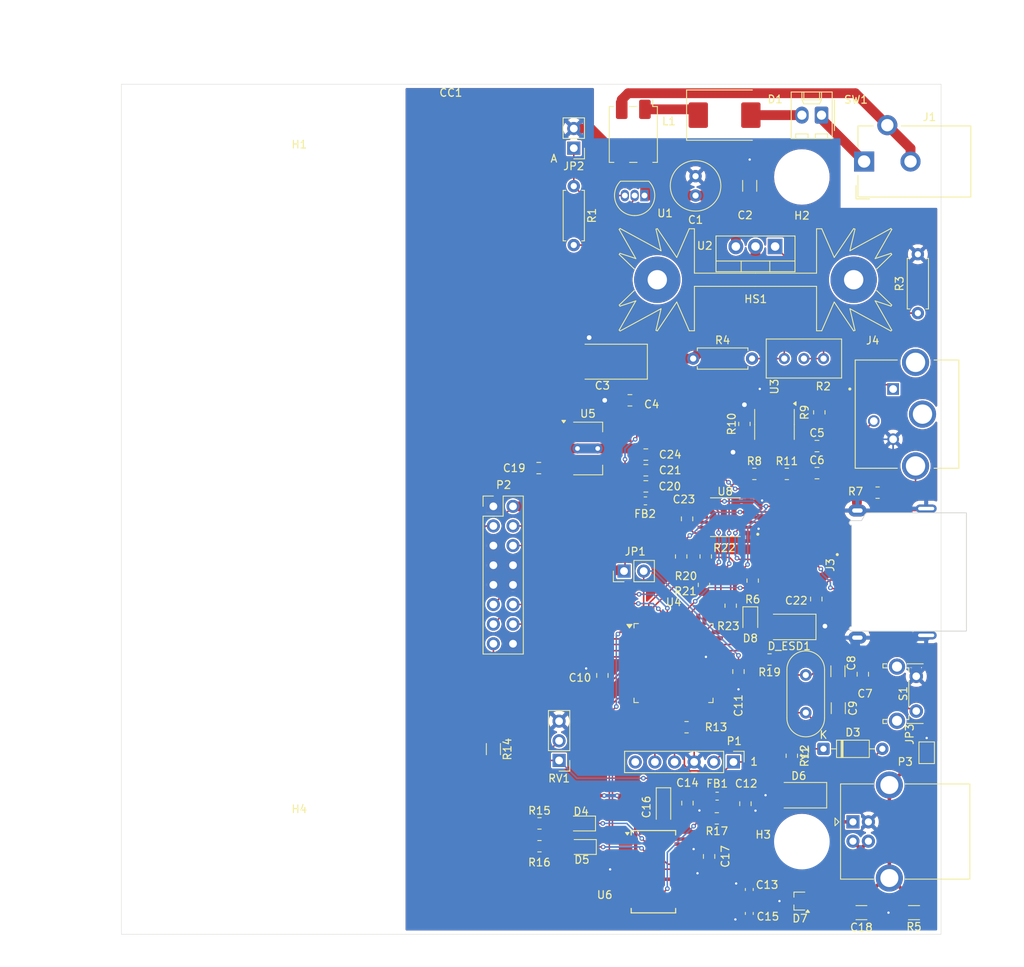
<source format=kicad_pcb>
(kicad_pcb (version 20241229) (generator "pcbnew") (generator_version "9.0")
  (title_block (title "Temperature Logger TL-01") (company "University of Niš, Faculty of Electronic Engineering, Department of Microelectronics"))
  (layers (0 "F.Cu" signal) (2 "B.Cu" signal) (13 "F.Paste" user) (15 "B.Paste" user) (5 "F.SilkS" user "F.Silkscreen") (7 "B.SilkS" user "B.Silkscreen") (1 "F.Mask" user) (3 "B.Mask" user) (25 "Edge.Cuts" user))
  (net 0 "")
  (net 1 "/Power/VIN")
  (net 2 "/Power/VAA")
  (net 3 "Net-(D1-K)")
  (net 4 "Net-(D1-A)")
  (net 6 "Net-(SW1-A)")
  (net 7 "Net-(R1-Pad1)")
  (net 8 "Net-(U2-ADJ)")
  (net 9 "Net-(R2-Pad2)")
  (net 10 "VCC")
  (net 11 "Net-(U3B--)")
  (net 12 "Net-(U3B-+)")
  (net 13 "Net-(U3A--)")
  (net 14 "/Sensor/S_IN")
  (net 15 "/Microcontroller/VPP")
  (net 16 "Net-(U4-OSC1{slash}CLKI)")
  (net 17 "VDD")
  (net 18 "Net-(D3-K)")
  (net 20 "Net-(P1-Pin_4)")
  (net 21 "Net-(P1-Pin_5)")
  (net 22 "/Microcontroller/DB6")
  (net 23 "Net-(P2-Pin_3)")
  (net 24 "Net-(P2-Pin_15)")
  (net 25 "/Microcontroller/DB7")
  (net 26 "/Microcontroller/DB5")
  (net 27 "Net-(P2-Pin_4)")
  (net 28 "Net-(P2-Pin_6)")
  (net 29 "/Microcontroller/DB4")
  (net 30 "/Microcontroller/S_OUT")
  (net 34 "/Microcontroller/PIC_TX")
  (net 41 "Net-(R19-B)")
  (net 45 "/Microcontroller/PIC_RX")
  (net 55 "VBUS")
  (net 56 "/USB/USB_D_-")
  (net 57 "VCCIO")
  (net 58 "/USB/USB_D_+")
  (net 59 "Net-(U6-3V3OUT)")
  (net 60 "Net-(D4-A)")
  (net 61 "Net-(D4-K)")
  (net 62 "Net-(D5-K)")
  (net 63 "Net-(D5-A)")
  (net 64 "Net-(U6-CBUS3)")
  (net 77 "Net-(JP2-A)")
  (net 80 "Net-(J4-SHIELD-PadS2)")
  (net 81 "Net-(R19-A)")
  (net 82 "/MicroSD card reader/3.3V")
  (net 83 "GND")
  (net 84 "Net-(JP3-A)")
  (net 85 "Net-(J1-Pad2)")
  (net 86 "/MicroSD card reader/CLK")
  (net 87 "Net-(U8-2A)")
  (net 88 "Net-(U8-1A)")
  (net 89 "/MicroSD card reader/MOSI")
  (net 90 "/MicroSD card reader/CS")
  (net 91 "Net-(U8-3A)")
  (net 92 "/MicroSD card reader/MISO")
  (net 98 "Net-(D8-K)")
  (net 100 "Net-(J3-CMD)")
  (net 101 "Net-(J3-DAT2)")
  (net 102 "Net-(J3-CLK)")
  (footprint "Heatsink:Heatsink_Fischer_SK104-STC-STIC_35x13mm_2xDrill2.5mm" (layer "F.Cu") (at 122 65.3 180)
    (property "Reference" "HS1")
    (property "Value" "Heatsink_Pad_2Pin")
  )
  (footprint "MSD-3-A:CUI_MSD-3-A" (layer "F.Cu") (at 142.0276 103.1128 90)
    (property "Reference" "J3")
    (property "Value" "MSD-3-A")
    (fp_poly (pts (xy -7.648 -7.631) (xy -7.65 -7.6) (xy -7.65 7.25) (xy 7.65 7.25) (xy 7.65 -5.457) (xy 7.65 -5.475) (xy 7.649 -5.493) (xy 7.647 -5.51) (xy 7.645 -5.528) (xy 7.642 -5.545) (xy 7.639 -5.563) (xy 7.635 -5.58) (xy 7.63 -5.597) (xy 7.625 -5.614) (xy 7.619 -5.631) (xy 7.612 -5.647) (xy 7.605 -5.664) (xy 7.598 -5.68) (xy 7.59 -5.696) (xy 7.581 -5.711) (xy 7.572 -5.726) (xy 7.562 -5.741) (xy 7.551 -5.755) (xy 7.541 -5.769) (xy 7.529 -5.783) (xy 7.517 -5.796) (xy 7.505 -5.809) (xy 7.492 -5.821) (xy 7.479 -5.833) (xy 7.466 -5.845) (xy 7.452 -5.856) (xy 7.438 -5.866) (xy 7.423 -5.876) (xy 7.408 -5.886) (xy 7.39 -5.896) (xy 6.65 -6.3) (xy 6.65 -7.6) (xy 6.648 -7.631) (xy 6.643 -7.662) (xy 6.635 -7.693) (xy 6.624 -7.722) (xy 6.61 -7.75) (xy 6.593 -7.776) (xy 6.573 -7.801) (xy 6.551 -7.823) (xy 6.526 -7.843) (xy 6.5 -7.86) (xy 6.472 -7.874) (xy 6.443 -7.885) (xy 6.412 -7.893) (xy 6.381 -7.898) (xy 6.35 -7.9) (xy 6.319 -7.898) (xy 6.288 -7.893) (xy 6.257 -7.885) (xy 6.228 -7.874) (xy 6.2 -7.86) (xy 6.174 -7.843) (xy 6.149 -7.823) (xy 6.127 -7.801) (xy 6.107 -7.776) (xy 6.09 -7.75) (xy 6.076 -7.722) (xy 6.065 -7.693) (xy 6.057 -7.662) (xy 6.052 -7.631) (xy 6.05 -7.6) (xy -7.05 -7.6) (xy -7.052 -7.631) (xy -7.057 -7.662) (xy -7.065 -7.693) (xy -7.076 -7.722) (xy -7.09 -7.75) (xy -7.107 -7.776) (xy -7.127 -7.801) (xy -7.149 -7.823) (xy -7.174 -7.843) (xy -7.2 -7.86) (xy -7.228 -7.874) (xy -7.257 -7.885) (xy -7.288 -7.893) (xy -7.319 -7.898) (xy -7.35 -7.9) (xy -7.381 -7.898) (xy -7.412 -7.893) (xy -7.443 -7.885) (xy -7.472 -7.874) (xy -7.5 -7.86) (xy -7.526 -7.843) (xy -7.551 -7.823) (xy -7.573 -7.801) (xy -7.593 -7.776) (xy -7.61 -7.75) (xy -7.624 -7.722) (xy -7.635 -7.693) (xy -7.643 -7.662)) (stroke (width 0.1)) (fill no) (layer "Edge.Cuts"))
  )
  (footprint "Resistor_SMD:R_1206_3216Metric" (layer "F.Cu") (at 88.1 126.0375 -90)
    (property "Reference" "R14")
    (property "Value" "10R 1/2W")
  )
  (footprint "Capacitor_SMD:C_0805_2012Metric" (layer "F.Cu") (at 113.2 133.025 -90)
    (property "Reference" "C14")
    (property "Value" "100n")
  )
  (footprint "Jumper:SolderJumper-2_P1.3mm_Open_Pad1.0x1.5mm" (layer "F.Cu") (at 144.14 126.505 90)
    (property "Reference" "JP3")
    (property "Value" "SolderJumper Open")
  )
  (footprint "NetTie:NetTie-2_SMD_Pad0.5mm" (layer "F.Cu") (at 106.7 83.8 -90)
    (property "Reference" "NT1" (hide yes))
    (property "Value" "NetTie_2" (hide yes))
  )
  (footprint "Capacitor_SMD:C_0805_2012Metric" (layer "F.Cu") (at 116 139.925 90)
    (property "Reference" "C17")
    (property "Value" "100n")
  )
  (footprint "Capacitor_SMD:C_1206_3216Metric" (layer "F.Cu") (at 132.71 120.7392 90)
    (property "Reference" "C9")
    (property "Value" "22p")
  )
  (footprint "LED_SMD:LED_0805_2012Metric_Pad1.15x1.40mm_HandSolder" (layer "F.Cu") (at 99.55 138.7 180)
    (property "Reference" "D5")
    (property "Value" "Red")
  )
  (footprint "Capacitor_THT:C_Radial_D6.3mm_H11.0mm_P2.50mm" (layer "F.Cu") (at 114.25 54.4 90)
    (property "Reference" "C1")
    (property "Value" "100u/25V")
  )
  (footprint "Resistor_SMD:R_0805_2012Metric" (layer "F.Cu") (at 121.855 90.425)
    (property "Reference" "R8")
    (property "Value" "20k 1%")
  )
  (footprint "Capacitor_SMD:C_0805_2012Metric" (layer "F.Cu") (at 135.885 116.345 90)
    (property "Reference" "C7")
    (property "Value" "100n")
  )
  (footprint "Inductor_SMD:L_CommonModeChoke_TDK_ACM7060" (layer "F.Cu") (at 106.2 46.5 -90)
    (property "Reference" "L1")
    (property "Value" "ACM7060-701-2PL")
  )
  (footprint "ZP_Library:S8101-46R" (layer "F.Cu") (at 82.6 44.6)
    (property "Reference" "CC1")
    (property "Value" "Cable Clip S8101-46R")
  )
  (footprint "Package_TO_SOT_SMD:SOT-223-3_TabPin2" (layer "F.Cu") (at 100.325 87.135)
    (property "Reference" "U5")
    (property "Value" "AMS1117-3.3")
  )
  (footprint "Crystal:Crystal_HC49-U_Vertical" (layer "F.Cu") (at 128.5 121.325 90)
    (property "Reference" "Y1")
    (property "Value" "10MHz")
  )
  (footprint "Resistor_THT:R_Axial_DIN0207_L6.3mm_D2.5mm_P7.62mm_Horizontal" (layer "F.Cu") (at 113.94 75.5)
    (property "Reference" "R4")
    (property "Value" "240R 1%")
  )
  (footprint "Resistor_SMD:R_0805_2012Metric" (layer "F.Cu") (at 137.79 92.85 180)
    (property "Reference" "R7")
    (property "Value" "0R")
  )
  (footprint "Capacitor_SMD:C_0805_2012Metric" (layer "F.Cu") (at 107.818 89.9544)
    (property "Reference" "C21")
    (property "Value" "100nF")
  )
  (footprint "Capacitor_SMD:C_0603_1608Metric" (layer "F.Cu") (at 121.2 144.2 90)
    (property "Reference" "C13")
    (property "Value" "47p")
  )
  (footprint "Capacitor_SMD:C_0805_2012Metric" (layer "F.Cu") (at 105.7625 80.9 180)
    (property "Reference" "C4")
    (property "Value" "100n")
  )
  (footprint "Resistor_SMD:R_0805_2012Metric" (layer "F.Cu") (at 113.0875 123.2)
    (property "Reference" "R13")
    (property "Value" "100k")
  )
  (footprint "Resistor_SMD:R_1206_3216Metric" (layer "F.Cu") (at 142.5 147.2 180)
    (property "Reference" "R5")
    (property "Value" "TBD")
  )
  (footprint "Capacitor_SMD:C_0805_2012Metric" (layer "F.Cu") (at 119.8 116 -90)
    (property "Reference" "C11")
    (property "Value" "100n")
  )
  (footprint "Resistor_SMD:R_0805_2012Metric" (layer "F.Cu") (at 130.255 82.4625 -90)
    (property "Reference" "R9")
    (property "Value" "20k 1%")
  )
  (footprint "Inductor_SMD:L_0603_1608Metric_Pad1.05x0.95mm_HandSolder" (layer "F.Cu") (at 107.7672 93.9168)
    (property "Reference" "FB2")
    (property "Value" "BLM18PG330SN1")
  )
  (footprint "Package_QFP:TQFP-44_10x10mm_P0.8mm" (layer "F.Cu") (at 111.4 114.9)
    (property "Reference" "U4")
    (property "Value" "PIC18F4520-E/PT")
  )
  (footprint "Resistor_SMD:R_0805_2012Metric" (layer "F.Cu") (at 118.7908 107.4804 -90)
    (property "Reference" "R23")
    (property "Value" "470")
  )
  (footprint "ZP_Library:CUI_MD-30SM" (layer "F.Cu") (at 141.6 82.69 90)
    (property "Reference" "J4")
    (property "Value" "MD-30SM")
  )
  (footprint "Diode_SMD:D_SMC" (layer "F.Cu") (at 118 44)
    (property "Reference" "D1")
    (property "Value" "S3B-E3/57T")
  )
  (footprint "Diode_THT:D_DO-35_SOD27_P7.62mm_Horizontal" (layer "F.Cu") (at 130.79 126)
    (property "Reference" "D3")
    (property "Value" "BAT43")
  )
  (footprint "Resistor_THT:R_Axial_DIN0207_L6.3mm_D2.5mm_P7.62mm_Horizontal" (layer "F.Cu") (at 143 69.62 90)
    (property "Reference" "R3")
    (property "Value" "240R 1%")
  )
  (footprint "Capacitor_Tantalum_SMD:CP_EIA-3216-18_Kemet-A_Pad1.58x1.35mm_HandSolder" (layer "F.Cu") (at 110.1 133.525 -90)
    (property "Reference" "C16")
    (property "Value" "4u7/10V Tantalum")
  )
  (footprint "Capacitor_SMD:C_1206_3216Metric" (layer "F.Cu") (at 135.7 147.2)
    (property "Reference" "C18")
    (property "Value" "TBD")
  )
  (footprint "Package_SO:SSOP-28_5.3x10.2mm_P0.65mm" (layer "F.Cu") (at 108.8 141.9)
    (property "Reference" "U6")
    (property "Value" "FT232RNL")
  )
  (footprint "Resistor_SMD:R_0805_2012Metric" (layer "F.Cu") (at 94.0625 138.6)
    (property "Reference" "R16")
    (property "Value" "270R")
  )
  (footprint "Capacitor_SMD:C_0805_2012Metric" (layer "F.Cu") (at 107.818 92.0372)
    (property "Reference" "C20")
    (property "Value" "10uF")
  )
  (footprint "Connector_PinHeader_2.54mm:PinHeader_1x06_P2.54mm_Vertical" (layer "F.Cu") (at 119.15 127.7 -90)
    (property "Reference" "P1")
    (property "Value" "ICSP")
  )
  (footprint "Resistor_SMD:R_0805_2012Metric" (layer "F.Cu") (at 94.0625 135.65)
    (property "Reference" "R15")
    (property "Value" "270R")
  )
  (footprint "MountingHole:MountingHole_3.2mm_M3" (layer "F.Cu") (at 128 52)
    (property "Reference" "H2")
    (property "Value" "MountingHole")
  )
  (footprint "Resistor_SMD:R_0805_2012Metric" (layer "F.Cu") (at 123.82 114.44 180)
    (property "Reference" "R19")
    (property "Value" "TBD")
  )
  (footprint "Button_Switch_THT:SW_Tactile_SPST_Angled_PTS645Vx58-2LFS" (layer "F.Cu") (at 142.7925 116.61 -90)
    (property "Reference" "S1")
    (property "Value" "SW_Push")
  )
  (footprint "Capacitor_SMD:C_0805_2012Metric" (layer "F.Cu") (at 129.955 90.325)
    (property "Reference" "C6")
    (property "Value" "100n")
  )
  (footprint "Resistor_SMD:R_0805_2012Metric" (layer "F.Cu") (at 115.565 101.105 90)
    (property "Reference" "R22")
    (property "Value" "10k")
  )
  (footprint "Connector_PinHeader_2.54mm:PinHeader_1x03_P2.54mm_Vertical" (layer "F.Cu") (at 96.6 127.5 180)
    (property "Reference" "RV1")
    (property "Value" "10k")
  )
  (footprint "Resistor_SMD:R_0805_2012Metric" (layer "F.Cu") (at 126.055 90.425)
    (property "Reference" "R11")
    (property "Value" "100k 1%")
  )
  (footprint "Resistor_SMD:R_0805_2012Metric" (layer "F.Cu") (at 126.7 126.9 -90)
    (property "Reference" "R12")
    (property "Value" "4k7")
  )
  (footprint "MountingHole:MountingHole_3.2mm_M3" (layer "F.Cu") (at 63 52)
    (property "Reference" "H1")
    (property "Value" "MountingHole")
  )
  (footprint "Connector_PinHeader_2.54mm:PinHeader_1x02_P2.54mm_Vertical" (layer "F.Cu") (at 105 103 90)
    (property "Reference" "JP1")
    (property "Value" "Jumper")
  )
  (footprint "Capacitor_Tantalum_SMD:CP_EIA-7343-43_Kemet-X" (layer "F.Cu") (at 103.6 75.9 180)
    (property "Reference" "C3")
    (property "Value" "220u/10V Tantalum")
  )
  (footprint "Capacitor_SMD:C_0805_2012Metric" (layer "F.Cu") (at 129.955 86.825)
    (property "Reference" "C5")
    (property "Value" "100n")
  )
  (footprint "Package_TO_SOT_THT:TO-220-3_Vertical" (layer "F.Cu") (at 124.54 61 180)
    (property "Reference" "U2")
    (property "Value" "LM317T_TO220")
  )
  (footprint "Resistor_SMD:R_0805_2012Metric" (layer "F.Cu") (at 112.39 101.105 90)
    (property "Reference" "R20")
    (property "Value" "1k")
  )
  (footprint "Package_TO_SOT_SMD:SOT-323_SC-70" (layer "F.Cu") (at 127.7 145.7 180)
    (property "Reference" "D7")
    (property "Value" "ESD7002")
  )
  (footprint "74LVC125APW_118:IC_74LVC125APW,118" (layer "F.Cu") (at 118.105 96.025 180)
    (property "Reference" "U8")
    (property "Value" "74LVC125")
  )
  (footprint "Diode_SMD:D_SMA" (layer "F.Cu") (at 126.3092 110.2236 180)
    (property "Reference" "D_ESD1")
    (property "Value" "PESD3V3L1BA")
  )
  (footprint "Inductor_SMD:L_0603_1608Metric_Pad1.05x0.95mm_HandSolder" (layer "F.Cu") (at 117.0375 132.125 180)
    (property "Reference" "FB1")
    (property "Value" "BLM18PG330SN1")
  )
  (footprint "Resistor_SMD:R_0805_2012Metric" (layer "F.Cu") (at 117 135 180)
    (property "Reference" "R17")
    (property "Value" "10k")
  )
  (footprint "Potentiometer_THT:Potentiometer_Bourns_3296W_Vertical" (layer "F.Cu") (at 125.725 75.5 180)
    (property "Reference" "R2")
    (property "Value" "500R")
  )
  (footprint "LED_SMD:LED_0805_2012Metric_Pad1.15x1.40mm_HandSolder" (layer "F.Cu") (at 99.45 135.66 180)
    (property "Reference" "D4")
    (property "Value" "Green")
  )
  (footprint "Connector_PinHeader_2.54mm:PinHeader_1x02_P2.54mm_Vertical" (layer "F.Cu") (at 98.5 48.275 180)
    (property "Reference" "JP2")
    (property "Value" "Power LED")
  )
  (footprint "Capacitor_SMD:C_1206_3216Metric" (layer "F.Cu") (at 121.25 53.15 90)
    (property "Reference" "C2")
    (property "Value" "100n")
  )
  (footprint "MountingHole:MountingHole_3.2mm_M3" (layer "F.Cu") (at 63 138)
    (property "Reference" "H4")
    (property "Value" "MountingHole")
  )
  (footprint "Capacitor_SMD:C_0805_2012Metric" (layer "F.Cu") (at 107.818 87.9224)
    (property "Reference" "C24")
    (property "Value" "10nF")
  )
  (footprint "Connector_BarrelJack:BarrelJack_CUI_PJ-102AH_Horizontal" (layer "F.Cu") (at 136.05 50 90)
    (property "Reference" "J1")
    (property "Value" "PJ-002A")
  )
  (footprint "Capacitor_SMD:C_0805_2012Metric" (layer "F.Cu") (at 102.2 116.5 90)
    (property "Reference" "C10")
    (property "Value" "100n")
  )
  (footprint "Capacitor_SMD:C_0603_1608Metric" (layer "F.Cu") (at 121.2 147.3 -90)
    (property "Reference" "C15")
    (property "Value" "47p")
  )
  (footprint "Capacitor_SMD:C_0805_2012Metric" (layer "F.Cu") (at 93.975 89.675 180)
    (property "Reference" "C19")
    (property "Value" "10uF")
  )
  (footprint "Diode_SMD:D_SMA" (layer "F.Cu") (at 127.7 132 180)
    (property "Reference" "D6")
    (property "Value" "P4SMA6.8CA")
  )
  (footprint "Capacitor_SMD:C_1206_3216Metric" (layer "F.Cu") (at 132.6592 115.964 -90)
    (property "Reference" "C8")
    (property "Value" "22p")
  )
  (footprint "Resistor_SMD:R_0805_2012Metric" (layer "F.Cu") (at 121.6356 104.2292 90)
    (property "Reference" "R6")
    (property "Value" "1k")
  )
  (footprint "ZP_Library:ZP_Flipped_PinSocket_2x08_P2.54mm_Vertical" (layer "F.Cu") (at 90.7 94.62)
    (property "Reference" "P2")
    (property "Value" "LCD-H")
  )
  (footprint "LED_SMD:LED_0805_2012Metric" (layer "F.Cu") (at 121.3308 109.3092 -90)
    (property "Reference" "D8")
    (property "Value" "LED")
  )
  (footprint "Connector_Molex:Molex_KK-254_AE-6410-02A_1x02_P2.54mm_Vertical" (layer "F.Cu") (at 130.54 44 180)
    (property "Reference" "SW1")
    (property "Value" "SW_SPST")
  )
  (footprint "Resistor_SMD:R_0805_2012Metric" (layer "F.Cu") (at 120.5688 83.96 90)
    (property "Reference" "R10")
    (property "Value" "100k 1%")
  )
  (footprint "Capacitor_SMD:C_0805_2012Metric" (layer "F.Cu") (at 129.8652 106.6168 -90)
    (property "Reference" "C22")
    (property "Value" "100nF")
  )
  (footprint "Capacitor_SMD:C_0805_2012Metric" (layer "F.Cu") (at 120.7 133.1 -90)
    (property "Reference" "C12")
    (property "Value" "10n")
  )
  (footprint "MountingHole:MountingHole_3.2mm_M3" (layer "F.Cu") (at 128 138)
    (property "Reference" "H3")
    (property "Value" "MountingHole")
  )
  (footprint "Resistor_SMD:R_0805_2012Metric" (layer "F.Cu") (at 115.3364 104.788 90)
    (property "Reference" "R21")
    (property "Value" "1k")
  )
  (footprint "Capacitor_SMD:C_0805_2012Metric" (layer "F.Cu") (at 113.152 96.2384 90)
    (property "Reference" "C23")
    (property "Value" "100nF")
  )
  (footprint "Package_SO:SOIC-8_3.9x4.9mm_P1.27mm" (layer "F.Cu") (at 124.455 84.025 -90)
    (property "Reference" "U3")
    (property "Value" "MCP6022-I/SN")
  )
  (footprint "Package_TO_SOT_THT:TO-92_Inline" (layer "F.Cu") (at 107.64 54.4 180)
    (property "Reference" "U1")
    (property "Value" "LM334Z")
  )
  (footprint "Resistor_THT:R_Axial_DIN0207_L6.3mm_D2.5mm_P7.62mm_Horizontal" (layer "F.Cu") (at 98.5 60.81 90)
    (property "Reference" "R1")
    (property "Value" "10R 1%")
  )
  (footprint "Connector_USB:USB_B_OST_USB-B1HSxx_Horizontal" (layer "F.Cu") (at 134.605 135.45)
    (property "Reference" "P3")
    (property "Value" "USB_B")
  )
  (gr_line (start 146 150) (end 146 40) (stroke (width 0.05)) (layer "Edge.Cuts"))
  (gr_line (start 40 150) (end 146 150) (stroke (width 0.05)) (layer "Edge.Cuts"))
  (gr_line (start 146 40) (end 40 40) (stroke (width 0.05)) (layer "Edge.Cuts"))
  (gr_line (start 40 40) (end 40 150) (stroke (width 0.05)) (layer "Edge.Cuts"))
  (gr_text "A" (at 95.4 50.2 0) (layer "F.SilkS") (effects (font (size 1 1)) (justify left bottom)))
  (gr_text "1" (at 121.25 128.25 0) (layer "F.SilkS") (effects (font (size 1 1)) (justify left bottom)))
  (segment (start 119.46 56.415) (end 119.46 61) (width 1.27) (layer "F.Cu") (net 1))
  (segment (start 114.25 54.4) (end 107.73 54.4) (width 1.27) (layer "F.Cu") (net 1))
  (segment (start 121.25 54.625) (end 119.46 56.415) (width 1.27) (layer "F.Cu") (net 1))
  (segment (start 121.025 54.4) (end 121.25 54.625) (width 1.27) (layer "F.Cu") (net 1))
  (segment (start 107.73 49.78) (end 107.73 54.4) (width 1.27) (layer "F.Cu") (net 1))
  (segment (start 114.25 54.4) (end 121.025 54.4) (width 1.27) (layer "F.Cu") (net 1))
  (segment (start 122 61) (end 122 67.44) (width 1.27) (layer "F.Cu") (net 2))
  (segment (start 106.7125 80.9) (end 106.7125 83.2875) (width 1.27) (layer "F.Cu") (net 2))
  (segment (start 113.94 75.5) (end 107.1125 75.5) (width 1.27) (layer "F.Cu") (net 2))
  (segment (start 106.7125 75.9) (end 106.7125 80.9) (width 1.27) (layer "F.Cu") (net 2))
  (segment (start 106.7125 83.2875) (end 106.7 83.3) (width 1.27) (layer "F.Cu") (net 2))
  (segment (start 122 67.44) (end 113.94 75.5) (width 1.27) (layer "F.Cu") (net 2))
  (segment (start 107.7 43.25) (end 113.85 43.25) (width 1.27) (layer "F.Cu") (net 3))
  (segment (start 113.85 43.25) (end 114.6 44) (width 1.27) (layer "F.Cu") (net 3))
  (segment (start 121.4 44) (end 128 44) (width 1.27) (layer "F.Cu") (net 4))
  (segment (start 130.54 44.49) (end 136.05 50) (width 1.27) (layer "F.Cu") (net 6))
  (segment (start 130.54 44) (end 130.54 44.49) (width 1.27) (layer "F.Cu") (net 6))
  (segment (start 100.46 60.81) (end 98.5 60.81) (width 0.2) (layer "F.Cu") (net 7))
  (segment (start 106.37 54.9) (end 100.46 60.81) (width 0.2) (layer "F.Cu") (net 7))
  (segment (start 121.56 75.5) (end 125.725 75.5) (width 0.2) (layer "F.Cu") (net 8))
  (segment (start 125.725 75.5) (end 125.725 62.185) (width 0.2) (layer "F.Cu") (net 8))
  (segment (start 125.725 62.185) (end 124.54 61) (width 0.2) (layer "F.Cu") (net 8))
  (segment (start 135.62 69.62) (end 130.805 74.435) (width 0.2) (layer "F.Cu") (net 9))
  (segment (start 128.265 75.5) (end 130.805 75.5) (width 0.2) (layer "F.Cu") (net 9))
  (segment (start 143 69.62) (end 135.62 69.62) (width 0.2) (layer "F.Cu") (net 9))
  (segment (start 130.805 74.435) (end 130.805 75.5) (width 0.2) (layer "F.Cu") (net 9))
  (segment (start 87.096 127.5) (end 96.6 127.5) (width 0.2) (layer "F.Cu") (net 10))
  (segment (start 105.1256 102.8744) (end 105 103) (width 0.2) (layer "F.Cu") (net 10))
  (segment (start 94.9148 89.6852) (end 94.925 89.675) (width 1.27) (layer "F.Cu") (net 10))
  (segment (start 134.375 89.675) (end 134.375 86.515) (width 0.2) (layer "F.Cu") (net 10))
  (segment (start 128.955 92.225) (end 129.072 92.342) (width 0.2) (layer "F.Cu") (net 10))
  (segment (start 94.925 90.335) (end 94.925 89.675) (width 0.2) (layer "F.Cu") (net 10))
  (segment (start 138.41 126) (end 134.61 129.8) (width 0.2) (layer "F.Cu") (net 10))
  (segment (start 131.708 92.342) (end 134.375 89.675) (width 0.2) (layer "F.Cu") (net 10))
  (segment (start 126.36 86.5) (end 126.685 86.825) (width 0.2) (layer "F.Cu") (net 10))
  (segment (start 104.9 102.9) (end 102.2216 102.9) (width 1.27) (layer "F.Cu") (net 10))
  (segment (start 106.4464 85.9412) (end 106.6496 85.738) (width 0.2) (layer "F.Cu") (net 10))
  (segment (start 94.9148 91.5292) (end 94.9148 93.7136) (width 1.27) (layer "F.Cu") (net 10))
  (segment (start 95.165 89.435) (end 94.925 89.675) (width 1.27) (layer "F.Cu") (net 10))
  (segment (start 106.6496 85.738) (end 106.6496 84.3504) (width 0.2) (layer "F.Cu") (net 10))
  (segment (start 126.685 86.825) (end 129.005 86.825) (width 0.2) (layer "F.Cu") (net 10))
  (segment (start 129.072 92.342) (end 131.708 92.342) (width 0.2) (layer "F.Cu") (net 10))
  (segment (start 134.61 129.8) (end 107.5 129.8) (width 0.2) (layer "F.Cu") (net 10))
  (segment (start 86.2788 96.66) (end 86.2788 126.6828) (width 0.2) (layer "F.Cu") (net 10))
  (segment (start 86.2788 126.6828) (end 87.096 127.5) (width 0.2) (layer "F.Cu") (net 10))
  (segment (start 102.2216 102.9) (end 93.9416 94.62) (width 1.27) (layer "F.Cu") (net 10))
  (segment (start 96.935 89.675) (end 97.175 89.435) (width 0.2) (layer "F.Cu") (net 10))
  (segment (start 128.822725 92.357275) (end 128.955 92.225) (width 0.2) (layer "F.Cu") (net 10))
  (segment (start 104.600805 102.600805) (end 104.54061 102.661) (width 0.2) (layer "F.Cu") (net 10))
  (segment (start 119.370055 92.357275) (end 128.822725 92.357275) (width 0.2) (layer "F.Cu") (net 10))
  (segment (start 106.6496 84.3504) (end 106.7 84.3) (width 0.2) (layer "F.Cu") (net 10))
  (segment (start 93.9416 94.62) (end 90.64 94.62) (width 1.27) (layer "F.Cu") (net 10))
  (segment (start 90.64 94.62) (end 89.49 95.77) (width 0.2) (layer "F.Cu") (net 10))
  (segment (start 87.1688 95.77) (end 86.2788 96.66) (width 0.2) (layer "F.Cu") (net 10))
  (segment (start 97.175 89.435) (end 95.165 89.435) (width 1.27) (layer "F.Cu") (net 10))
  (segment (start 134.375 86.515) (end 137.3 83.59) (width 0.2) (layer "F.Cu") (net 10))
  (segment (start 118.468135 91.511335) (end 111.2568 84.3) (width 0.2) (layer "F.Cu") (net 10))
  (segment (start 129.005 86.825) (end 129.005 90.325) (width 0.2) (layer "F.Cu") (net 10))
  (segment (start 89.49 95.77) (end 87.1688 95.77) (width 0.2) (layer "F.Cu") (net 10))
  (segment (start 94.9148 93.7136) (end 94.0084 94.62) (width 1.27) (layer "F.Cu") (net 10))
  (segment (start 94.925 89.675) (end 94.925 91.519) (width 1.27) (layer "F.Cu") (net 10))
  (segment (start 94.0084 94.62) (end 93.9416 94.62) (width 1.27) (layer "F.Cu") (net 10))
  (segment (start 128.955 92.225) (end 128.955 90.375) (width 0.2) (layer "F.Cu") (net 10))
  (segment (start 105 103) (end 104.600805 102.600805) (width 0.2) (layer "F.Cu") (net 10))
  (segment (start 118.518935 91.511335) (end 118.468135 91.511335) (width 0.2) (layer "F.Cu") (net 10))
  (segment (start 111.2568 84.3) (end 106.7 84.3) (width 0.2) (layer "F.Cu") (net 10))
  (segment (start 105.1256 88.532) (end 105.1256 102.8744) (width 0.2) (layer "F.Cu") (net 10))
  (segment (start 94.925 91.519) (end 94.9148 91.5292) (width 1.27) (layer "F.Cu") (net 10))
  (via (at 118.518935 91.511335) (size 0.6) (drill 0.3) (layers "F.Cu" "B.Cu") (net 10))
  (via (at 106.4464 85.9412) (size 0.6) (drill 0.3) (layers "F.Cu" "B.Cu") (net 10))
  (via (at 105.1256 88.532) (size 0.6) (drill 0.3) (layers "F.Cu" "B.Cu") (net 10))
  (via (at 107.5 129.8) (size 0.6) (drill 0.3) (layers "F.Cu" "B.Cu") (net 10))
  (via (at 119.370055 92.357275) (size 0.6) (drill 0.3) (layers "F.Cu" "B.Cu") (net 10))
  (segment (start 119.334545 92.321765) (end 119.370055 92.357275) (width 0.2) (layer "B.Cu") (net 10))
  (segment (start 107.5 129.8) (end 98.9 129.8) (width 0.2) (layer "B.Cu") (net 10))
  (segment (start 119.329365 92.321765) (end 119.334545 92.321765) (width 0.2) (layer "B.Cu") (net 10))
  (segment (start 106.3194 86.0682) (end 106.2178 86.0682) (width 0.2) (layer "B.Cu") (net 10))
  (segment (start 106.4464 85.9412) (end 106.3194 86.0682) (width 0.2) (layer "B.Cu") (net 10))
  (segment (start 98.9 129.8) (end 96.6 127.5) (width 0.2) (layer "B.Cu") (net 10))
  (segment (start 118.518935 91.511335) (end 119.329365 92.321765) (width 0.2) (layer "B.Cu") (net 10))
  (segment (start 106.2178 86.0682) (end 105.1256 87.1604) (width 0.2) (layer "B.Cu") (net 10))
  (segment (start 105.1256 87.1604) (end 105.1256 88.532) (width 0.2) (layer "B.Cu") (net 10))
  (segment (start 125.1425 90.425) (end 122.7675 90.425) (width 0.2) (layer "F.Cu") (net 11))
  (segment (start 123.82 89.3725) (end 123.82 86.5) (width 0.2) (layer "F.Cu") (net 11))
  (segment (start 122.7675 90.425) (end 123.82 89.3725) (width 0.2) (layer "F.Cu") (net 11))
  (segment (start 122.55 85.525001) (end 122.55 86.5) (width 0.2) (layer "F.Cu") (net 12))
  (segment (start 122.1575 84.8375) (end 122.55 85.23) (width 0.2) (layer "F.Cu") (net 12))
  (segment (start 122.55 85.23) (end 122.55 86.5) (width 0.2) (layer "F.Cu") (net 12))
  (segment (start 124.700001 83.375) (end 122.55 85.525001) (width 0.2) (layer "F.Cu") (net 12))
  (segment (start 120.6038 84.8375) (end 122.1575 84.8375) (width 0.2) (layer "F.Cu") (net 12))
  (segment (start 130.255 83.375) (end 124.700001 83.375) (width 0.2) (layer "F.Cu") (net 12))
  (segment (start 120.5688 84.8725) (end 120.6038 84.8375) (width 0.2) (layer "F.Cu") (net 12))
  (segment (start 125.09 81.55) (end 126.36 81.55) (width 0.2) (layer "F.Cu") (net 13))
  (segment (start 126.36 81.55) (end 130.255 81.55) (width 0.2) (layer "F.Cu") (net 13))
  (segment (start 139.24 78.88) (end 134.02 78.88) (width 0.2) (layer "F.Cu") (net 14))
  (segment (start 125.8 78.88) (end 123.82 80.86) (width 0.2) (layer "F.Cu") (net 14))
  (segment (start 134.02 78.88) (end 125.8 78.88) (width 0.2) (layer "F.Cu") (net 14))
  (segment (start 139.8 79.44) (end 139.24 78.88) (width 0.2) (layer "F.Cu") (net 14))
  (segment (start 139.695 120.79) (end 142.4725 120.79) (width 0.2) (layer "F.Cu") (net 15))
  (segment (start 113.5524 128.8517) (end 117.9983 128.8517) (width 0.2) (layer "F.Cu") (net 15))
  (segment (start 135.885 117.295) (end 136.2 117.295) (width 0.2) (layer "F.Cu") (net 15))
  (segment (start 120.4142 127.8125) (end 126.7 127.8125) (width 0.2) (layer "F.Cu") (net 15))
  (segment (start 117.9983 128.8517) (end 119.15 127.7) (width 0.2) (layer "F.Cu") (net 15))
  (segment (start 120.3017 127.7) (end 120.4142 127.8125) (width 0.2) (layer "F.Cu") (net 15))
  (segment (start 136.2 117.295) (end 139.695 120.79) (width 0.2) (layer "F.Cu") (net 15))
  (segment (start 112.8 123.825) (end 112.8 128.0993) (width 0.2) (layer "F.Cu") (net 15))
  (segment (start 112.175 123.2) (end 112.8 123.825) (width 0.2) (layer "F.Cu") (net 15))
  (segment (start 112.2 123.175) (end 112.2 120.6) (width 0.2) (layer "F.Cu") (net 15))
  (segment (start 135.885 122.9803) (end 131.0528 127.8125) (width 0.2) (layer "F.Cu") (net 15))
  (segment (start 135.885 117.295) (end 135.885 122.9803) (width 0.2) (layer "F.Cu") (net 15))
  (segment (start 119.15 127.7) (end 120.3017 127.7) (width 0.2) (layer "F.Cu") (net 15))
  (segment (start 112.8 128.0993) (end 113.5524 128.8517) (width 0.2) (layer "F.Cu") (net 15))
  (segment (start 131.0528 127.8125) (end 126.7 127.8125) (width 0.2) (layer "F.Cu") (net 15))
  (segment (start 142.4725 120.79) (end 142.7925 121.11) (width 0.2) (layer "F.Cu") (net 15))
  (segment (start 121.915 115.075) (end 121.915 117.615) (width 0.2) (layer "F.Cu") (net 16))
  (segment (start 128.83 120.995) (end 128.5 121.325) (width 0.2) (layer "F.Cu") (net 16))
  (segment (start 120.14 113.3) (end 121.915 115.075) (width 0.2) (layer "F.Cu") (net 16))
  (segment (start 129.3892 122.2142) (end 132.71 122.2142) (width 0.2) (layer "F.Cu") (net 16))
  (segment (start 125.625 121.325) (end 128.5 121.325) (width 0.2) (layer "F.Cu") (net 16))
  (segment (start 121.915 117.615) (end 125.625 121.325) (width 0.2) (layer "F.Cu") (net 16))
  (segment (start 117.0625 113.3) (end 120.14 113.3) (width 0.2) (layer "F.Cu") (net 16))
  (segment (start 128.5 121.325) (end 129.3892 122.2142) (width 0.2) (layer "F.Cu") (net 16))
  (segment (start 106.4 115.7) (end 106.8528 115.2472) (width 0.2) (layer "F.Cu") (net 17))
  (segment (start 121.3 123.01) (end 121.3 115.4) (width 0.2) (layer "F.Cu") (net 17))
  (segment (start 106.8528 110.5841) (end 106.675 110.4063) (width 0.2) (layer "F.Cu") (net 17))
  (segment (start 106.675 108.3186) (end 107.54 107.4536) (width 0.2) (layer "F.Cu") (net 17))
  (segment (start 106.8528 115.2472) (end 106.8528 110.5841) (width 0.2) (layer "F.Cu") (net 17))
  (segment (start 107.54 107.4536) (end 107.54 103) (width 0.2) (layer "F.Cu") (net 17))
  (segment (start 120.95 115.05) (end 121.3 115.4) (width 0.2) (layer "F.Cu") (net 17))
  (segment (start 119.8 115.05) (end 117.25 115.05) (width 0.2) (layer "F.Cu") (net 17))
  (segment (start 119.8 115.05) (end 119.8 113.9) (width 0.2) (layer "F.Cu") (net 17))
  (segment (start 104.9324 115.7) (end 103.1824 117.45) (width 0.2) (layer "F.Cu") (net 17))
  (segment (start 106.675 110.4063) (end 106.675 108.3186) (width 0.2) (layer "F.Cu") (net 17))
  (segment (start 103.1824 117.45) (end 102.2 117.45) (width 0.2) (layer "F.Cu") (net 17))
  (segment (start 105.7 115.7) (end 104.9324 115.7) (width 0.2) (layer "F.Cu") (net 17))
  (segment (start 105.7375 115.7) (end 106.4 115.7) (width 0.2) (layer "F.Cu") (net 17))
  (segment (start 119.8 115.05) (end 120.95 115.05) (width 0.2) (layer "F.Cu") (net 17))
  (segment (start 116.61 127.7) (end 121.3 123.01) (width 0.2) (layer "F.Cu") (net 17))
  (via (at 119.8 113.9) (size 0.6) (drill 0.3) (layers "F.Cu" "B.Cu") (net 17))
  (segment (start 108.8748 103) (end 107.54 103) (width 0.2) (layer "B.Cu") (net 17))
  (segment (start 119.8 113.9) (end 119.7748 113.9) (width 0.2) (layer "B.Cu") (net 17))
  (segment (start 119.7748 113.9) (end 108.8748 103) (width 0.2) (layer "B.Cu") (net 17))
  (segment (start 130.79 126) (end 126.7125 126) (width 0.2) (layer "F.Cu") (net 18))
  (segment (start 111.53 126.5483) (end 111.53 127.7) (width 0.2) (layer "F.Cu") (net 20))
  (segment (start 111.12 126.1383) (end 111.53 126.5483) (width 0.2) (layer "F.Cu") (net 20))
  (segment (start 111.4 120.6) (end 111.4 121.6517) (width 0.2) (layer "F.Cu") (net 20))
  (segment (start 111.12 121.9317) (end 111.12 126.1383) (width 0.2) (layer "F.Cu") (net 20))
  (segment (start 111.4 121.6517) (end 111.12 121.9317) (width 0.2) (layer "F.Cu") (net 20))
  (segment (start 108.99 126.5483) (end 110.6 124.9383) (width 0.2) (layer "F.Cu") (net 21))
  (segment (start 110.6 124.9383) (end 110.6 120.6) (width 0.2) (layer "F.Cu") (net 21))
  (segment (start 108.99 127.7) (end 108.99 126.5483) (width 0.2) (layer "F.Cu") (net 21))
  (segment (start 92.436 108.71) (end 89.25 108.71) (width 0.2) (layer "F.Cu") (net 22))
  (segment (start 97.026 113.3) (end 92.436 108.71) (width 0.2) (layer "F.Cu") (net 22))
  (segment (start 105.7375 113.3) (end 97.026 113.3) (width 0.2) (layer "F.Cu") (net 22))
  (segment (start 89.25 108.71) (end 88.1 109.86) (width 0.2) (layer "F.Cu") (net 22))
  (segment (start 87.1504 97.16) (end 86.736 97.5744) (width 0.2) (layer "F.Cu") (net 23))
  (segment (start 87.875956 126.0732) (end 95.4868 126.0732) (width 0.2) (layer "F.Cu") (net 23))
  (segment (start 95.4868 126.0732) (end 96.6 124.96) (width 0.2) (layer "F.Cu") (net 23))
  (segment (start 86.736 124.933244) (end 87.875956 126.0732) (width 0.2) (layer "F.Cu") (net 23))
  (segment (start 88.1 97.16) (end 87.1504 97.16) (width 0.2) (layer "F.Cu") (net 23))
  (segment (start 86.736 97.5744) (end 86.736 124.933244) (width 0.2) (layer "F.Cu") (net 23))
  (segment (start 88.1 112.4) (end 88.1076 112.4076) (width 0.2) (layer "F.Cu") (net 24))
  (segment (start 88.1076 124.5674) (end 88.1 124.575) (width 0.2) (layer "F.Cu") (net 24))
  (segment (start 88.1076 112.4076) (end 88.1076 124.5674) (width 0.2) (layer "F.Cu") (net 24))
  (segment (start 96.2004 114.1) (end 91.9604 109.86) (width 0.2) (layer "F.Cu") (net 25))
  (segment (start 105.7 114.1) (end 96.2004 114.1) (width 0.2) (layer "F.Cu") (net 25))
  (segment (start 91.9604 109.86) (end 90.64 109.86) (width 0.2) (layer "F.Cu") (net 25))
  (segment (start 92.2144 107.32) (end 90.64 107.32) (width 0.2) (layer "F.Cu") (net 26))
  (segment (start 105.7375 112.5) (end 97.3944 112.5) (width 0.2) (layer "F.Cu") (net 26))
  (segment (start 97.3944 112.5) (end 92.2144 107.32) (width 0.2) (layer "F.Cu") (net 26))
  (segment (start 92.824 97.16) (end 90.64 97.16) (width 0.2) (layer "F.Cu") (net 27))
  (segment (start 106.94 106) (end 101.664 106) (width 0.2) (layer "F.Cu") (net 27))
  (segment (start 110.6 107.8) (end 110.6 109.2) (width 0.2) (layer "F.Cu") (net 27))
  (segment (start 101.664 106) (end 92.824 97.16) (width 0.2) (layer "F.Cu") (net 27))
  (via (at 110.6 107.8) (size 0.6) (drill 0.3) (layers "F.Cu" "B.Cu") (net 27))
  (via (at 106.94 106) (size 0.6) (drill 0.3) (layers "F.Cu" "B.Cu") (net 27))
  (segment (start 106.94 106) (end 108.8 106) (width 0.2) (layer "B.Cu") (net 27))
  (segment (start 108.8 106) (end 110.6 107.8) (width 0.2) (layer "B.Cu") (net 27))
  (segment (start 109.4275 107.8775) (end 109.8 108.25) (width 0.2) (layer "F.Cu") (net 28))
  (segment (start 93.0272 99.7) (end 90.64 99.7) (width 0.2) (layer "F.Cu") (net 28))
  (segment (start 100.5272 107.2) (end 93.0272 99.7) (width 0.2) (layer "F.Cu") (net 28))
  (segment (start 109.8 108.25) (end 109.8 109.2) (width 0.2) (layer "F.Cu") (net 28))
  (segment (start 106.8528 107.2) (end 100.5272 107.2) (width 0.2) (layer "F.Cu") (net 28))
  (via (at 106.8528 107.2) (size 0.6) (drill 0.3) (layers "F.Cu" "B.Cu") (net 28))
  (via (at 109.4275 107.8775) (size 0.6) (drill 0.3) (layers "F.Cu" "B.Cu") (net 28))
  (segment (start 106.8528 107.2) (end 108.75 107.2) (width 0.2) (layer "B.Cu") (net 28))
  (segment (start 108.75 107.2) (end 109.4275 107.8775) (width 0.2) (layer "B.Cu") (net 28))
  (segment (start 105.627 111.773) (end 97.7342 111.773) (width 0.2) (layer "F.Cu") (net 29))
  (segment (start 97.7342 111.773) (end 92.0612 106.1) (width 0.2) (layer "F.Cu") (net 29))
  (segment (start 89.32 106.1) (end 88.1 107.32) (width 0.2) (layer "F.Cu") (net 29))
  (segment (start 105.7 111.7) (end 105.627 111.773) (width 0.2) (layer "F.Cu") (net 29))
  (segment (start 92.0612 106.1) (end 89.32 106.1) (width 0.2) (layer "F.Cu") (net 29))
  (segment (start 119.2988 91.58) (end 126.36 91.58) (width 0.2) (layer "F.Cu") (net 30))
  (segment (start 125.09 88.5475) (end 125.09 86.5) (width 0.2) (layer "F.Cu") (net 30))
  (segment (start 116.8096 103.937109) (end 116.8096 109.488956) (width 0.2) (layer "F.Cu") (net 30))
  (segment (start 118.599826 102.029761) (end 118.599826 102.146883) (width 0.2) (layer "F.Cu") (net 30))
  (segment (start 116.8096 109.488956) (end 113 113.298556) (width 0.2) (layer "F.Cu") (net 30))
  (segment (start 126.9675 90.9725) (end 126.9675 90.425) (width 0.2) (layer "F.Cu") (net 30))
  (segment (start 118.599826 102.146883) (end 116.8096 103.937109) (width 0.2) (layer "F.Cu") (net 30))
  (segment (start 118.5876 92.2912) (end 119.2988 91.58) (width 0.2) (layer "F.Cu") (net 30))
  (segment (start 126.9675 90.425) (end 125.09 88.5475) (width 0.2) (layer "F.Cu") (net 30))
  (segment (start 113.0504 119.950656) (end 113 120.001056) (width 0.2) (layer "F.Cu") (net 30))
  (segment (start 126.36 91.58) (end 126.9675 90.9725) (width 0.2) (layer "F.Cu") (net 30))
  (segment (start 113 113.298556) (end 113 120.5625) (width 0.2) (layer "F.Cu") (net 30))
  (segment (start 118.5876 98.0824) (end 118.5876 92.2912) (width 0.2) (layer "F.Cu") (net 30))
  (via (at 118.599826 102.029761) (size 0.6) (drill 0.3) (layers "F.Cu" "B.Cu") (net 30))
  (via (at 118.5876 98.0824) (size 0.6) (drill 0.3) (layers "F.Cu" "B.Cu") (net 30))
  (segment (start 118.5876 101.7812) (end 118.5876 98.0824) (width 0.2) (layer "B.Cu") (net 30))
  (segment (start 118.599826 101.793426) (end 118.5876 101.7812) (width 0.2) (layer "B.Cu") (net 30))
  (segment (start 118.599826 102.029761) (end 118.599826 101.793426) (width 0.2) (layer "B.Cu") (net 30))
  (segment (start 104.2044 119.476) (end 103.1 120.5804) (width 0.2) (layer "F.Cu") (net 34))
  (segment (start 107.4 109.2) (end 107.4 118.668) (width 0.2) (layer "F.Cu") (net 34))
  (segment (start 107.4 118.668) (end 106.592 119.476) (width 0.2) (layer "F.Cu") (net 34))
  (segment (start 106.592 119.476) (end 104.2044 119.476) (width 0.2) (layer "F.Cu") (net 34))
  (segment (start 103.1 139.15) (end 104.225 140.275) (width 0.2) (layer "F.Cu") (net 34))
  (segment (start 104.225 140.275) (end 105.2 140.275) (width 0.2) (layer "F.Cu") (net 34))
  (segment (start 103.1 120.5804) (end 103.1 139.15) (width 0.2) (layer "F.Cu") (net 34))
  (segment (start 121.8725 114.44) (end 122.9075 114.44) (width 0.2) (layer "F.Cu") (net 41))
  (segment (start 119.9325 112.5) (end 121.8725 114.44) (width 0.2) (layer "F.Cu") (net 41))
  (segment (start 119.9325 112.5) (end 117.1 112.5) (width 0.2) (layer "F.Cu") (net 41))
  (segment (start 104.2306 137.675) (end 105.2 137.675) (width 0.2) (layer "F.Cu") (net 45))
  (segment (start 104.000465 120.528465) (end 103.5 121.02893) (width 0.2) (layer "F.Cu") (net 45))
  (segment (start 103.5 136.9444) (end 104.2306 137.675) (width 0.2) (layer "F.Cu") (net 45))
  (segment (start 104.4492 110.9) (end 105.7375 110.9) (width 0.2) (layer "F.Cu") (net 45))
  (segment (start 103.5 121.02893) (end 103.5 136.9444) (width 0.2) (layer "F.Cu") (net 45))
  (segment (start 104.2112 111.138) (end 104.4492 110.9) (width 0.2) (layer "F.Cu") (net 45))
  (via (at 104.2112 111.138) (size 0.6) (drill 0.3) (layers "F.Cu" "B.Cu") (net 45))
  (via (at 104.000465 120.528465) (size 0.6) (drill 0.3) (layers "F.Cu" "B.Cu") (net 45))
  (segment (start 104.001565 111.347635) (end 104.2112 111.138) (width 0.2) (layer "B.Cu") (net 45))
  (segment (start 104.001565 120.478765) (end 104.001565 111.347635) (width 0.2) (layer "B.Cu") (net 45))
  (segment (start 104.000465 120.479865) (end 104.001565 120.478765) (width 0.2) (layer "B.Cu") (net 45))
  (segment (start 104.000465 120.528465) (end 104.000465 120.479865) (width 0.2) (layer "B.Cu") (net 45))
  (segment (start 128.375 130.675) (end 122.175 130.675) (width 0.45) (layer "F.Cu") (net 55))
  (segment (start 134.605 135.45) (end 133.15 135.45) (width 0.45) (layer "F.Cu") (net 55))
  (segment (start 129.7 132) (end 128.375 130.675) (width 0.45) (layer "F.Cu") (net 55))
  (segment (start 122.175 130.675) (end 120.7 132.15) (width 0.45) (layer "F.Cu") (net 55))
  (segment (start 117.9125 132.125) (end 117.9125 135) (width 0.45) (layer "F.Cu") (net 55))
  (segment (start 117.9125 132.125) (end 120.675 132.125) (width 0.45) (layer "F.Cu") (net 55))
  (segment (start 133.15 135.45) (end 129.7 132) (width 0.45) (layer "F.Cu") (net 55))
  (segment (start 120.675 132.125) (end 120.7 132.15) (width 0.45) (layer "F.Cu") (net 55))
  (segment (start 135.228784 141.963214) (end 131.780498 145.4115) (width 0.45) (layer "F.Cu") (net 56))
  (segment (start 134.615245 140.813142) (end 134.615245 140.943142) (width 0.45) (layer "F.Cu") (net 56))
  (segment (start 124.212091 145.499409) (end 124.212089 145.499409) (width 0.45) (layer "F.Cu") (net 56))
  (segment (start 128.7 145.05) (end 127.837499 145.05) (width 0.45) (layer "F.Cu") (net 56))
  (segment (start 131.780498 145.4115) (end 129.924001 145.4115) (width 0.45) (layer "F.Cu") (net 56))
  (segment (start 134.605 137.95) (end 135.3165 138.6615) (width 0.45) (layer "F.Cu") (net 56))
  (segment (start 127.837499 145.05) (end 127.762499 144.975) (width 0.45) (layer "F.Cu") (net 56))
  (segment (start 124.7365 144.975) (end 124.212091 145.499409) (width 0.45) (layer "F.Cu") (net 56))
  (segment (start 112.4 145.475) (end 113.712501 145.475) (width 0.45) (layer "F.Cu") (net 56))
  (segment (start 134.875245 141.203142) (end 135.0565 141.203142) (width 0.45) (layer "F.Cu") (net 56))
  (segment (start 124.212089 145.499409) (end 124.2 145.5115) (width 0.45) (layer "F.Cu") (net 56))
  (segment (start 135.3165 138.6615) (end 135.3165 140.293142) (width 0.45) (layer "F.Cu") (net 56))
  (segment (start 113.749001 145.5115) (end 124.2 145.5115) (width 0.45) (layer "F.Cu") (net 56))
  (segment (start 127.762499 144.975) (end 124.7365 144.975) (width 0.45) (layer "F.Cu") (net 56))
  (segment (start 135.0565 140.553142) (end 134.875245 140.553142) (width 0.45) (layer "F.Cu") (net 56))
  (segment (start 135.3165 141.875498) (end 135.228784 141.963214) (width 0.45) (layer "F.Cu") (net 56))
  (segment (start 129.562501 145.05) (end 128.7 145.05) (width 0.45) (layer "F.Cu") (net 56))
  (segment (start 135.3165 141.593142) (end 135.3165 141.875498) (width 0.45) (layer "F.Cu") (net 56))
  (segment (start 129.924001 145.4115) (end 129.562501 145.05) (width 0.45) (layer "F.Cu") (net 56))
  (segment (start 135.3165 141.463142) (end 135.3165 141.593142) (width 0.45) (layer "F.Cu") (net 56))
  (segment (start 113.712501 145.475) (end 113.749001 145.5115) (width 0.45) (layer "F.Cu") (net 56))
  (arc (start 135.0565 141.203142) (mid 135.240348 141.279294) (end 135.3165 141.463142) (width 0.45) (layer "F.Cu") (net 56))
  (arc (start 135.3165 140.293142) (mid 135.240348 140.47699) (end 135.0565 140.553142) (width 0.45) (layer "F.Cu") (net 56))
  (arc (start 134.615245 140.943142) (mid 134.691397 141.12699) (end 134.875245 141.203142) (width 0.45) (layer "F.Cu") (net 56))
  (arc (start 134.875245 140.553142) (mid 134.691397 140.629294) (end 134.615245 140.813142) (width 0.45) (layer "F.Cu") (net 56))
  (segment (start 112.4 142.875) (end 109.75 142.875) (width 0.45) (layer "F.Cu") (net 57))
  (segment (start 104.1 132.05) (end 106.5 134.45) (width 0.45) (layer "F.Cu") (net 57))
  (segment (start 106.5 134.45) (end 106.5 139.625) (width 0.45) (layer "F.Cu") (net 57))
  (segment (start 116.1625 132.125) (end 113.25 132.125) (width 0.45) (layer "F.Cu") (net 57))
  (segment (start 109.75 142.875) (end 106.5 139.625) (width 0.45) (layer "F.Cu") (net 57))
  (segment (start 104.1 132.05) (end 104.1332 132.0168) (width 0.45) (layer "F.Cu") (net 57))
  (segment (start 104.1332 132.0168) (end 110.0043 132.0168) (width 0.45) (layer "F.Cu") (net 57))
  (segment (start 113.25 132.125) (end 113.2 132.075) (width 0.45) (layer "F.Cu") (net 57))
  (segment (start 110.1 132.0875) (end 113.1875 132.0875) (width 0.45) (layer "F.Cu") (net 57))
  (segment (start 96.75 132.05) (end 93.15 135.65) (width 0.45) (layer "F.Cu") (net 57))
  (segment (start 102.4332 132.05) (end 96.75 132.05) (width 0.45) (layer "F.Cu") (net 57))
  (segment (start 110.0043 132.0168) (end 110.0875 132.1) (width 0.45) (layer "F.Cu") (net 57))
  (segment (start 106.5 139.625) (end 105.2 139.625) (width 0.45) (layer "F.Cu") (net 57))
  (segment (start 93.15 135.65) (end 93.15 138.6) (width 0.45) (layer "F.Cu") (net 57))
  (via (at 102.4332 132.05) (size 0.6) (drill 0.3) (layers "F.Cu" "B.Cu") (net 57))
  (via (at 104.1 132.05) (size 0.6) (drill 0.3) (layers "F.Cu" "B.Cu") (net 57))
  (segment (start 104.1 132.05) (end 102.4332 132.05) (width 0.45) (layer "B.Cu") (net 57))
  (segment (start 129.924001 145.9885) (end 129.562501 146.35) (width 0.45) (layer "F.Cu") (net 58))
  (segment (start 129.562501 146.35) (end 128.7 146.35) (width 0.45) (layer "F.Cu") (net 58))
  (segment (start 135.8935 142.114502) (end 132.019502 145.9885) (width 0.45) (layer "F.Cu") (net 58))
  (segment (start 127.837499 146.35) (end 127.762499 146.425) (width 0.45) (layer "F.Cu") (net 58))
  (segment (start 113.712501 146.125) (end 112.4 146.125) (width 0.45) (layer "F.Cu") (net 58))
  (segment (start 113.749001 146.0885) (end 113.712501 146.125) (width 0.45) (layer "F.Cu") (net 58))
  (segment (start 136.605 137.95) (end 135.8935 138.6615) (width 0.45) (layer "F.Cu") (net 58))
  (segment (start 135.8935 138.6615) (end 135.8935 142.114502) (width 0.45) (layer "F.Cu") (net 58))
  (segment (start 132.019502 145.9885) (end 129.924001 145.9885) (width 0.45) (layer "F.Cu") (net 58))
  (segment (start 124.430079 146.0885) (end 113.749001 146.0885) (width 0.45) (layer "F.Cu") (net 58))
  (segment (start 128.7 146.35) (end 127.837499 146.35) (width 0.45) (layer "F.Cu") (net 58))
  (segment (start 124.766579 146.425) (end 124.430079 146.0885) (width 0.45) (layer "F.Cu") (net 58))
  (segment (start 127.762499 146.425) (end 124.766579 146.425) (width 0.45) (layer "F.Cu") (net 58))
  (segment (start 116 140.95) (end 116 142.3) (width 0.2) (layer "F.Cu") (net 59))
  (segment (start 113.475 144.825) (end 112.4 144.825) (width 0.2) (layer "F.Cu") (net 59))
  (segment (start 116 142.3) (end 113.475 144.825) (width 0.2) (layer "F.Cu") (net 59))
  (segment (start 94.975 135.65) (end 98.415 135.65) (width 0.2) (layer "F.Cu") (net 60))
  (segment (start 112.4 140.925) (end 110.625 140.925) (width 0.2) (layer "F.Cu") (net 61))
  (segment (start 102.25 135.65) (end 100.485 135.65) (width 0.2) (layer "F.Cu") (net 61))
  (segment (start 110.625 140.925) (end 107.3 137.6) (width 0.2) (layer "F.Cu") (net 61))
  (via (at 102.25 135.65) (size 0.6) (drill 0.3) (layers "F.Cu" "B.Cu") (net 61))
  (via (at 107.3 137.6) (size 0.6) (drill 0.3) (layers "F.Cu" "B.Cu") (net 61))
  (segment (start 107.3 137.6) (end 105.35 135.65) (width 0.2) (layer "B.Cu") (net 61))
  (segment (start 105.35 135.65) (end 102.25 135.65) (width 0.2) (layer "B.Cu") (net 61))
  (segment (start 109.975 141.575) (end 112.4 141.575) (width 0.2) (layer "F.Cu") (net 62))
  (segment (start 107.267 138.867) (end 109.975 141.575) (width 0.2) (layer "F.Cu") (net 62))
  (segment (start 102.3 138.7) (end 100.575 138.7) (width 0.2) (layer "F.Cu") (net 62))
  (via (at 107.267 138.867) (size 0.6) (drill 0.3) (layers "F.Cu" "B.Cu") (net 62))
  (via (at 102.3 138.7) (size 0.6) (drill 0.3) (layers "F.Cu" "B.Cu") (net 62))
  (segment (start 107.1 138.7) (end 102.3 138.7) (width 0.2) (layer "B.Cu") (net 62))
  (segment (start 107.267 138.867) (end 107.1 138.7) (width 0.2) (layer "B.Cu") (net 62))
  (segment (start 94.975 138.6) (end 98.425 138.6) (width 0.2) (layer "F.Cu") (net 63))
  (segment (start 108.575 146.125) (end 110.6 144.1) (width 0.2) (layer "F.Cu") (net 64))
  (segment (start 115 135) (end 116.0875 135) (width 0.2) (layer "F.Cu") (net 64))
  (segment (start 114 136) (end 115 135) (width 0.2) (layer "F.Cu") (net 64))
  (segment (start 105.2 146.125) (end 108.575 146.125) (width 0.2) (layer "F.Cu") (net 64))
  (via (at 114 136) (size 0.6) (drill 0.3) (layers "F.Cu" "B.Cu") (net 64))
  (via (at 110.6 144.1) (size 0.6) (drill 0.3) (layers "F.Cu" "B.Cu") (net 64))
  (segment (start 110.6 144.1) (end 110.6 139.4) (width 0.2) (layer "B.Cu") (net 64))
  (segment (start 110.6 139.4) (end 114 136) (width 0.2) (layer "B.Cu") (net 64))
  (segment (start 98.5 48.275) (end 98.5 53.19) (width 0.2) (layer "F.Cu") (net 77))
  (segment (start 105.1 54.4) (end 99.71 54.4) (width 0.2) (layer "F.Cu") (net 77))
  (segment (start 99.71 54.4) (end 98.5 53.19) (width 0.2) (layer "F.Cu") (net 77))
  (segment (start 142.7 91.75) (end 142.7 89.39) (width 0.2) (layer "F.Cu") (net 80))
  (segment (start 138.7025 92.85) (end 141.6 92.85) (width 0.2) (layer "F.Cu") (net 80))
  (segment (start 141.6 92.85) (end 142.7 91.75) (width 0.2) (layer "F.Cu") (net 80))
  (segment (start 125.09 114.44) (end 127.095 116.445) (width 0.2) (layer "F.Cu") (net 81))
  (segment (start 131.186 114.489) (end 129.23 116.445) (width 0.2) (layer "F.Cu") (net 81))
  (segment (start 128.6 116.345) (end 128.5 116.445) (width 0.2) (layer "F.Cu") (net 81))
  (segment (start 129.23 116.445) (end 128.5 116.445) (width 0.2) (layer "F.Cu") (net 81))
  (segment (start 132.6592 114.489) (end 131.186 114.489) (width 0.2) (layer "F.Cu") (net 81))
  (segment (start 124.7325 114.44) (end 125.09 114.44) (width 0.2) (layer "F.Cu") (net 81))
  (segment (start 127.095 116.445) (end 128.5 116.445) (width 0.2) (layer "F.Cu") (net 81))
  (segment (start 129.8652 105.6668) (end 130.0532 105.6668) (width 0.2) (layer "F.Cu") (net 82))
  (segment (start 106.868 87.9224) (end 106.868 89.9544) (width 1.27) (layer "F.Cu") (net 82))
  (segment (start 129.85 105.6516) (end 129.8652 105.6668) (width 1.27) (layer "F.Cu") (net 82))
  (segment (start 123.566 106.7692) (end 124.3636 107.5668) (width 1.27) (layer "F.Cu") (net 82))
  (segment (start 106.868 92.0372) (end 106.868 93.8926) (width 1.27) (layer "F.Cu") (net 82))
  (segment (start 109.1896 93.9168) (end 109.0372 93.9168) (width 1.27) (layer "F.Cu") (net 82))
  (segment (start 98.9788 87.135) (end 101.595 87.135) (width 1.27) (layer "F.Cu") (net 82))
  (segment (start 114.0386 98.075) (end 113.152 97.1884) (width 0.2) (layer "F.Cu") (net 82))
  (segment (start 115.18 98.075) (end 115.18 98.815) (width 0.45) (layer "F.Cu") (net 82))
  (segment (start 121.3308 110.2467) (end 124.2861 110.2467) (width 1.27) (layer "F.Cu") (net 82))
  (segment (start 124.3636 107.5668) (end 124.3788 107.582) (width 1.27) (layer "F.Cu") (net 82))
  (segment (start 106.5226 87.135) (end 106.868 87.4804) (width 1.27) (layer "F.Cu") (net 82))
  (segment (start 101.595 87.135) (end 103.475 87.135) (width 1.27) (layer "F.Cu") (net 82))
  (segment (start 124.3788 107.582) (end 126.3092 105.6516) (width 1.27) (layer "F.Cu") (net 82))
  (segment (start 106.868 93.8926) (end 106.8922 93.9168) (width 1.27) (layer "F.Cu") (net 82))
  (segment (start 130.0532 105.6668) (end 131.5572 104.1628) (width 0.2) (layer "F.Cu") (net 82))
  (segment (start 124.3636 110.1692) (end 124.3092 110.2236) (width 1.27) (layer "F.Cu") (net 82))
  (segment (start 103.475 87.135) (end 106.5226 87.135) (width 1.27) (layer "F.Cu") (net 82))
  (segment (start 115.18 98.815) (end 115.565 99.2) (width 0.45) (layer "F.Cu") (net 82))
  (segment (start 131.5572 104.1628) (end 133.8276 104.1628) (width 0.2) (layer "F.Cu") (net 82))
  (segment (start 106.868 87.4804) (end 106.868 87.9224) (width 1.27) (layer "F.Cu") (net 82))
  (segment (start 109.0372 93.9168) (end 108.6422 93.9168) (width 0.2) (layer "F.Cu") (net 82))
  (segment (start 124.2861 110.2467) (end 124.3092 110.2236) (width 1.27) (layer "F.Cu") (net 82))
  (segment (start 123.566 102.0956) (end 123.566 106.7692) (width 1.27) (layer "F.Cu") (net 82))
  (segment (start 121.6629 100.1925) (end 123.566 102.0956) (width 1.27) (layer "F.Cu") (net 82))
  (segment (start 115.18 98.075) (end 114.0386 98.075) (width 0.2) (layer "F.Cu") (net 82))
  (segment (start 97.175 87.135) (end 98.9788 87.135) (width 1.27) (layer "F.Cu") (net 82))
  (segment (start 106.8922 93.9168) (end 108.6422 93.9168) (width 1.27) (layer "F.Cu") (net 82))
  (segment (start 124.3092 110.2236) (end 124.7664 110.2236) (width 1.27) (layer "F.Cu") (net 82))
  (segment (start 106.868 89.9544) (end 106.868 92.0372) (width 1.27) (layer "F.Cu") (net 82))
  (segment (start 113.152 97.1884) (end 112.4612 97.1884) (width 1.27) (layer "F.Cu") (net 82))
  (segment (start 115.565 100.1925) (end 121.6629 100.1925) (width 1.27) (layer "F.Cu") (net 82))
  (segment (start 126.3092 105.6516) (end 129.85 105.6516) (width 1.27) (layer "F.Cu") (net 82))
  (segment (start 112.4612 97.1884) (end 109.1896 93.9168) (width 1.27) (layer "F.Cu") (net 82))
  (segment (start 115.565 99.2) (end 115.565 100.1925) (width 0.45) (layer "F.Cu") (net 82))
  (segment (start 124.3636 107.5668) (end 124.3636 110.1692) (width 1.27) (layer "F.Cu") (net 82))
  (via (at 101.595 87.135) (size 1.27) (drill 0.6) (layers "F.Cu" "B.Cu") (net 82))
  (via (at 98.9788 87.135) (size 1.27) (drill 0.6) (layers "F.Cu" "B.Cu") (net 82))
  (segment (start 101.595 87.135) (end 98.9788 87.135) (width 1.27) (layer "B.Cu") (net 82))
  (segment (start 125.7 132) (end 123.3 132) (width 0.45) (layer "F.Cu") (net 83))
  (segment (start 114.375 142.225) (end 114.5 142.1) (width 0.2) (layer "F.Cu") (net 83))
  (segment (start 135.1776 95.1628) (end 143.8276 95.1628) (width 0.2) (layer "F.Cu") (net 83))
  (segment (start 133.8276 109.6628) (end 133.3216 109.6628) (width 0.2) (layer "F.Cu") (net 83))
  (segment (start 130.9472 107.5668) (end 132.1512 106.3628) (width 0.2) (layer "F.Cu") (net 83))
  (segment (start 120.5688 83.0475) (end 120.6038 83.0125) (width 0.2) (layer "F.Cu") (net 83))
  (segment (start 113.2 133.975) (end 111.0875 133.975) (width 0.45) (layer "F.Cu") (net 83))
  (segment (start 128.3092 108.312) (end 128.3092 110.2236) (width 1.27) (layer "F.Cu") (net 83))
  (segment (start 102.5 80.9) (end 99.6004 80.9) (width 1.27) (layer "F.Cu") (net 83))
  (segment (start 114.75 133.975) (end 113.2 133.975) (width 0.45) (layer "F.Cu") (net 83))
  (segment (start 136.8775 91.2225) (end 139.8 88.3) (width 0.2) (layer "F.Cu") (net 83))
  (segment (start 116.5048 98.4888) (end 117.2725 99.2565) (width 0.2) (layer "F.Cu") (net 83))
  (segment (start 135.117327 93.439873) (end 135.117327 94.173073) (width 1.27) (layer "F.Cu") (net 83))
  (segment (start 119.0956 89.6362) (end 119.0956 87.6176) (width 1.27) (layer "F.Cu") (net 83))
  (segment (start 121.0374 98.0824) (end 121.03 98.075) (width 0.2) (layer "F.Cu") (net 83))
  (segment (start 103.95 115.55) (end 104 115.5) (width 0.2) (layer "F.Cu") (net 83))
  (segment (start 122.7024 93.866) (end 122.6008 93.9676) (width 0.2) (layer "F.Cu") (net 83))
  (segment (start 129.0544 107.5668) (end 128.3092 108.312) (width 1.27) (layer "F.Cu") (net 83))
  (segment (start 98.5 45.735) (end 100.685 45.735) (width 1.27) (layer "F.Cu") (net 83))
  (segment (start 120.7155 99.2565) (end 121.1276 98.8444) (width 0.2) (layer "F.Cu") (net 83))
  (segment (start 122.3976 97.8792) (end 122.1944 98.0824) (width 0.2) (layer "F.Cu") (net 83))
  (segment (start 114 138.975) (end 116 138.975) (width 0.2) (layer "F.Cu") (net 83))
  (segment (start 108.768 87.9224) (end 108.768 92.0372) (width 1.27) (layer "F.Cu") (net 83))
  (segment (start 116.5048 95.8248) (end 116.5048 98.4888) (width 0.2) (layer "F.Cu") (net 83))
  (segment (start 139.8 88.3) (end 139.8 85.94) (width 0.2) (layer "F.Cu") (net 83))
  (segment (start 132.71 117.4898) (end 132.6592 117.439) (width 0.2) (layer "F.Cu") (net 83))
  (segment (start 97.1627 83.3377) (end 97.175 83.35) (width 1.27) (layer "F.Cu") (net 83))
  (segment (start 122.295 93.975) (end 121.03 93.975) (width 0.2) (layer "F.Cu") (net 83))
  (segment (start 112.9338 95.375) (end 109.596 92.0372) (width 1.27) (layer "F.Cu") (net 83))
  (segment (start 113.4418 95.375) (end 112.9338 95.375) (width 1.27) (layer "F.Cu") (net 83))
  (segment (start 100.4875 72.784) (end 100.4875 75.9) (width 1.27) (layer "F.Cu") (net 83))
  (segment (start 100.15 115.55) (end 100.1 115.6) (width 0.2) (layer "F.Cu") (net 83))
  (segment (start 121.03 96.025) (end 121.905 96.025) (width 0.2) (layer "F.Cu") (net 83))
  (segment (start 102.2 115.55) (end 100.15 115.55) (width 0.2) (layer "F.Cu") (net 83))
  (segment (start 104 115.5) (end 104.6 114.9) (width 0.2) (layer "F.Cu") (net 83))
  (segment (start 126.7 145.7) (end 125.1 145.7) (width 0.45) (layer "F.Cu") (net 83))
  (segment (start 112.4 138.975) (end 112.4 139.625) (width 0.2) (layer "F.Cu") (net 83))
  (segment (start 112.4 144.175) (end 113.475 144.175) (width 0.2) (layer "F.Cu") (net 83))
  (segment (start 122.55 79.73) (end 122.55 81.55) (width 0.2) (layer "F.Cu") (net 83))
  (segment (start 119.0956 89.6362) (end 119.0956 89.663) (width 0.6) (layer "F.Cu") (net 83))
  (segment (start 114.07 123.27) (end 114.07 127.7) (width 0.2) (layer "F.Cu") (net 83))
  (segment (start 136.8775 93.4629) (end 136.8775 92.85) (width 0.2) (layer "F.Cu") (net 83))
  (segment (start 139.1 147.2) (end 141.0375 147.2) (width 0.45) (layer "F.Cu") (net 83))
  (segment (start 117.1 114.1) (end 115.5904 114.1) (width 0.2) (layer "F.Cu") (net 83))
  (segment (start 122.55 82.5376) (end 122.55 81.55) (width 0.2) (layer "F.Cu") (net 83))
  (segment (start 133.0276 111.2016) (end 133.4388 111.6128) (width 0.2) (layer "F.Cu") (net 83))
  (segment (start 100.685 45.735) (end 104.7 49.75) (width 1.27) (layer "F.Cu") (net 83))
  (segment (start 137.175 147.2) (end 139.1 147.2) (width 0.45) (layer "F.Cu") (net 83))
  (segment (start 109.596 92.0372) (end 108.768 92.0372) (width 1.27) (layer "F.Cu") (net 83))
  (segment (start 113.475 144.175) (end 114.5 143.15) (width 0.2) (layer "F.Cu") (net 83))
  (segment (start 122.555 79.425) (end 122.555 79.725) (width 0.2) (layer "F.Cu") (net 83))
  (segment (start 144.0776 94.0692) (end 144.0776 94.1128) (width 0.2) (layer "F.Cu") (net 83))
  (segment (start 121.2 148.075) (end 119.4 148.075) (width 0.45) (layer "F.Cu") (net 83))
  (segment (start 103.225 141.575) (end 103.2 141.6) (width 0.2) (layer "F.Cu") (net 83))
  (segment (start 112.4 138.975) (end 114 138.975) (width 0.2) (layer "F.Cu") (net 83))
  (segment (start 115.18 95.375) (end 113.4418 95.375) (width 0.2) (layer "F.Cu") (net 83))
  (segment (start 132.71 119.2642) (end 132.71 117.4898) (width 0.2) (layer "F.Cu") (net 83))
  (segment (start 112.4 142.225) (end 114.375 142.225) (width 0.2) (layer "F.Cu") (net 83))
  (segment (start 139.1 147.2) (end 139.2 147.2) (width 0.45) (layer "F.Cu") (net 83))
  (segment (start 119.8576 90.425) (end 120.9425 90.425) (width 0.6) (layer "F.Cu") (net 83))
  (segment (start 119.8 116.95) (end 119.8 118.3) (width 0.2) (layer "F.Cu") (net 83))
  (segment (start 135.1776 94.1128) (end 135.2212 94.0692) (width 0.2) (layer "F.Cu") (net 83))
  (segment (start 120.7 134.05) (end 121.95 134.05) (width 0.2) (layer "F.Cu") (net 83))
  (segment (start 119.795057 96.025) (end 121.03 96.025) (width 0.2) (layer "F.Cu") (net 83))
  (segment (start 133.3216 109.6628) (end 133.0276 109.9568) (width 0.2) (layer "F.Cu") (net 83))
  (segment (start 115.18 95.375) (end 116.055 95.375) (width 0.2) (layer "F.Cu") (net 83))
  (segment (start 122.3024 93.9676) (end 122.295 93.975) (width 0.2) (layer "F.Cu") (net 83))
  (segment (start 122.0751 83.0125) (end 122.55 82.5376) (width 0.2) (layer "F.Cu") (net 83))
  (segment (start 120.6038 83.0125) (end 122.0751 83.0125) (width 0.2) (layer "F.Cu") (net 83))
  (segment (start 137.974999 117.484999) (end 141.917501 117.484999) (width 0.2) (layer "F.Cu") (net 83))
  (segment (start 97.175 83.35) (end 97.175 84.835) (width 1.27) (layer "F.Cu") (net 83))
  (segment (start 108.768 87.9224) (end 108.768 89.9544) (width 1.27) (layer "F.Cu") (net 83))
  (segment (start 133.4388 111.6128) (end 135.1776 111.6128) (width 0.2) (layer "F.Cu") (net 83))
  (segment (start 122.1944 98.0824) (end 121.0374 98.0824) (width 0.2) (layer "F.Cu") (net 83))
  (segment (start 121.2 143.425) (end 119.5 143.425) (width 0.45) (layer "F.Cu") (net 83))
  (segment (start 121.1276 98.8444) (end 121.1276 98.1726) (width 0.2) (layer "F.Cu") (net 83))
  (segment (start 121.03 93.975) (end 120.155 93.975) (width 0.2) (layer "F.Cu") (net 83))
  (segment (start 135.885 115.395) (end 137.974999 117.484999) (width 0.2) (layer "F.Cu") (net 83))
  (segment (start 102.2 115.55) (end 103.95 115.55) (width 0.2) (layer "F.Cu") (net 83))
  (segment (start 130.9828 110.122) (end 130.8812 110.2236) (width 1.27) (layer "F.Cu") (net 83))
  (segment (start 129.8652 107.5668) (end 129.0544 107.5668) (width 1.27) (layer "F.Cu") (net 83))
  (segment (start 120.155 93.975) (end 119.4004 94.7296) (width 0.2) (layer "F.Cu") (net 83))
  (segment (start 132.1512 106.3628) (end 133.8276 106.3628) (width 0.2) (layer "F.Cu") (net 83))
  (segment (start 119.4004 94.7296) (end 119.4004 95.630343) (width 0.2) (layer "F.Cu") (net 83))
  (segment (start 120.5688 81.4708) (end 120.5688 83.0475) (width 1.27) (layer "F.Cu") (net 83))
  (segment (start 119.4004 95.630343) (end 119.795057 96.025) (width 0.2) (layer "F.Cu") (net 83))
  (segment (start 144.14 125.855) (end 144.14 124.6) (width 0.2) (layer "F.Cu") (net 83))
  (segment (start 111.0875 133.975) (end 110.1 134.9625) (width 0.45) (layer "F.Cu") (net 83))
  (segment (start 130.8812 110.2236) (end 128.3092 110.2236) (width 1.27) (layer "F.Cu") (net 83))
  (segment (start 136.8775 92.85) (end 135.7072 92.85) (width 1.27) (layer "F.Cu") (net 83))
  (segment (start 122.555 79.725) (end 122.55 79.73) (width 0.2) (layer "F.Cu") (net 83))
  (segment (start 114.5 143.15) (end 114.5 142.1) (width 0.2) (layer "F.Cu") (net 83))
  (segment (start 116.055 95.375) (end 116.5048 95.8248) (width 0.2) (layer "F.Cu") (net 83))
  (segment (start 121.25 51.675) (end 121.25 49.75) (width 1.27) (layer "F.Cu") (net 83))
  (segment (start 136.8775 92.85) (end 136.8775 91.2225) (width 0.2) (layer "F.Cu") (net 83))
  (segment (start 104.6 114.9) (end 105.7 114.9) (width 0.2) (layer "F.Cu") (net 83))
  (segment (start 117.2725 99.2565) (end 120.7155 99.2565) (width 0.2) (layer "F.Cu") (net 83))
  (segment (start 135.7072 92.85) (end 135.117327 93.439873) (width 1.27) (layer "F.Cu") (net 83))
  (segment (start 99.6004 80.9) (end 97.1627 83.3377) (width 1.27) (layer "F.Cu") (net 83))
  (segment (start 121.1276 98.1726) (end 121.03 98.075) (width 0.2) (layer "F.Cu") (net 83))
  (segment (start 104.75 80.9) (end 102.6 80.9) (width 1.27) (layer "F.Cu") (net 83))
  (segment (start 143.8276 95.1628) (end 144.0776 94.9128) (width 0.2) (layer "F.Cu") (net 83))
  (segment (start 130.905 86.825) (end 130.905 90.325) (width 0.2) (layer "F.Cu") (net 83))
  (segment (start 129.8652 107.5668) (end 130.9472 107.5668) (width 0.2) (layer "F.Cu") (net 83))
  (segment (start 119.0956 89.663) (end 119.8576 90.425) (width 0.6) (layer "F.Cu") (net 83))
  (segment (start 128.2396 110.154) (end 128.3092 110.2236) (width 1.27) (layer "F.Cu") (net 83))
  (segment (start 133.0276 109.9568) (end 133.0276 111.2016) (width 0.2) (layer "F.Cu") (net 83))
  (segment (start 135.365 115.915) (end 135.885 115.395) (width 0.2) (layer "F.Cu") (net 83))
  (segment (start 121.95 134.05) (end 122 134) (width 0.2) (layer "F.Cu") (net 83))
  (segment (start 122.6008 93.9676) (end 122.3024 93.9676) (width 0.2) (layer "F.Cu") (net 83))
  (segment (start 141.917501 117.484999) (end 142.7925 116.61) (width 0.2) (layer "F.Cu") (net 83))
  (segment (start 122.8548 93.866) (end 122.7024 93.866) (width 0.2) (layer "F.Cu") (net 83))
  (segment (start 122.3976 97.5236) (end 122.3976 97.8792) (width 0.2) (layer "F.Cu") (net 83))
  (segment (start 105.2 141.575) (end 103.225 141.575) (width 0.2) (layer "F.Cu") (net 83))
  (via (at 125.1 145.7) (size 0.6) (drill 0.3) (layers "F.Cu" "B.Cu") (net 83))
  (via (at 121.25 49.75) (size 0.6) (drill 0.3) (layers "F.Cu" "B.Cu") (net 83))
  (via (at 122.8548 93.866) (size 0.6) (drill 0.3) (layers "F.Cu" "B.Cu") (net 83))
  (via (at 114.75 133.975) (size 0.6) (drill 0.3) (layers "F.Cu" "B.Cu") (net 83))
  (via (at 122.3976 97.5236) (size 0.6) (drill 0.3) (layers "F.Cu" "B.Cu") (net 83))
  (via (at 114.5 142.1) (size 0.6) (drill 0.3) (layers "F.Cu" "B.Cu") (net 83))
  (via (at 119.0956 87.6176) (size 1.27) (drill 0.6) (layers "F.Cu" "B.Cu") (net 83))
  (via (at 122.555 79.425) (size 0.6) (drill 0.3) (layers "F.Cu" "B.Cu") (net 83))
  (via (at 139.2 147.2) (size 0.6) (drill 0.3) (layers "F.Cu" "B.Cu") (net 83))
  (via (at 122 134) (size 0.6) (drill 0.3) (layers "F.Cu" "B.Cu") (net 83))
  (via (at 123.3 132) (size 0.6) (drill 0.3) (layers "F.Cu" "B.Cu") (net 83))
  (via (at 119.4 148.075) (size 0.6) (drill 0.3) (layers "F.Cu" "B.Cu") (net 83))
  (via (at 102.5 80.9) (size 1.27) (drill 0.6) (layers "F.Cu" "B.Cu") (net 83))
  (via (at 119.8 118.3) (size 0.6) (drill 0.3) (layers "F.Cu" "B.Cu") (net 83))
  (via (at 103.2 141.6) (size 0.6) (drill 0.3) (layers "F.Cu" "B.Cu") (net 83))
  (via (at 100.4875 72.784) (size 1.27) (drill 0.6) (layers "F.Cu" "B.Cu") (net 83))
  (via (at 115.5904 114.1) (size 0.6) (drill 0.3) (layers "F.Cu" "B.Cu") (net 83))
  (via (at 100.1 115.6) (size 0.6) (drill 0.3) (layers "F.Cu" "B.Cu") (net 83))
  (via (at 130.9828 110.122) (size 1.27) (drill 0.6) (layers "F.Cu" "B.Cu") (net 83))
  (via (at 144.14 124.6) (size 0.6) (drill 0.3) (layers "F.Cu" "B.Cu") (net 83))
  (via (at 119.5 143.425) (size 0.6) (drill 0.3) (layers "F.Cu" "B.Cu") (net 83))
  (via (at 114 138.975) (size 0.6) (drill 0.3) (layers "F.Cu" "B.Cu") (net 83))
  (via (at 120.5688 81.4708) (size 1.27) (drill 0.6) (layers "F.Cu" "B.Cu") (net 83))
  (segment (start 123.1 78.88) (end 125.09 78.88) (width 0.2) (layer "B.Cu") (net 83))
  (segment (start 140.881307 113.2716) (end 142.7925 115.182793) (width 1.27) (layer "B.Cu") (net 83))
  (segment (start 134.8944 111.896) (end 135.1776 111.6128) (width 1.27) (layer "B.Cu") (net 83))
  (segment (start 142.754107 111.3988) (end 144.0776 111.3988) (width 1.27) (layer "B.Cu") (net 83))
  (segment (start 125.09 78.88) (end 132.15 85.94) (width 0.2) (layer "B.Cu") (net 83))
  (segment (start 134.8944 113.2716) (end 134.8944 111.896) (width 1.27) (layer "B.Cu") (net 83))
  (segment (start 142.7925 115.182793) (end 142.7925 116.61) (width 1.27) (layer "B.Cu") (net 83))
  (segment (start 130.9828 110.122) (end 134.1324 113.2716) (width 1.27) (layer "B.Cu") (net 83))
  (segment (start 134.1324 113.2716) (end 134.8944 113.2716) (width 1.27) (layer "B.Cu") (net 83))
  (segment (start 123.0072 94.0184) (end 134.0866 94.0184) (width 0.2) (layer "B.Cu") (net 83))
  (segment (start 140.881307 113.2716) (end 142.754107 111.3988) (width 1.27) (layer "B.Cu") (net 83))
  (segment (start 122.555 79.425) (end 123.1 78.88) (width 0.2) (layer "B.Cu") (net 83))
  (segment (start 122.8548 93.866) (end 123.0072 94.0184) (width 0.2) (layer "B.Cu") (net 83))
  (segment (start 134.8944 113.2716) (end 140.881307 113.2716) (width 1.27) (layer "B.Cu") (net 83))
  (segment (start 139.8 88.305) (end 139.8 85.94) (width 0.2) (layer "B.Cu") (net 83))
  (segment (start 132.15 85.94) (end 139.8 85.94) (width 0.2) (layer "B.Cu") (net 83))
  (segment (start 134.0866 94.0184) (end 139.8 88.305) (width 0.2) (layer "B.Cu") (net 83))
  (segment (start 144.14 127.155) (end 142.84 127.155) (width 0.45) (layer "F.Cu") (net 84))
  (segment (start 139.315 142.72) (end 139.315 130.68) (width 0.45) (layer "F.Cu") (net 84))
  (segment (start 143.9625 147.2) (end 139.4825 142.72) (width 0.45) (layer "F.Cu") (net 84))
  (segment (start 138.705 142.72) (end 139.315 142.72) (width 0.45) (layer "F.Cu") (net 84))
  (segment (start 134.225 147.2) (end 138.705 142.72) (width 0.45) (layer "F.Cu") (net 84))
  (segment (start 142.84 127.155) (end 139.315 130.68) (width 0.45) (layer "F.Cu") (net 84))
  (segment (start 139.4825 142.72) (end 139.315 142.72) (width 0.45) (layer "F.Cu") (net 84))
  (segment (start 139.05 45.3) (end 134.914 41.164) (width 1.27) (layer "F.Cu") (net 85))
  (segment (start 142.05 48.3) (end 139.05 45.3) (width 1.27) (layer "F.Cu") (net 85))
  (segment (start 134.914 41.164) (end 105.536 41.164) (width 1.27) (layer "F.Cu") (net 85))
  (segment (start 142.05 50) (end 142.05 48.3) (width 1.27) (layer "F.Cu") (net 85))
  (segment (start 104.7 42) (end 104.7 43.25) (width 1.27) (layer "F.Cu") (net 85))
  (segment (start 105.536 41.164) (end 104.7 42) (width 1.27) (layer "F.Cu") (net 85))
  (segment (start 120.025167 105.179233) (end 121.598067 105.179233) (width 0.2) (layer "F.Cu") (net 86))
  (segment (start 114.2061 106.9089) (end 113 108.115) (width 0.2) (layer "F.Cu") (net 86))
  (segment (start 113 108.115) (end 113 109.2375) (width 0.2) (layer "F.Cu") (net 86))
  (segment (start 121.598067 105.179233) (end 121.6356 105.1417) (width 0.2) (layer "F.Cu") (net 86))
  (segment (start 120.025167 105.179233) (end 120.025167 105.209567) (width 0.2) (layer "F.Cu") (net 86))
  (via (at 120.025167 105.179233) (size 0.6) (drill 0.3) (layers "F.Cu" "B.Cu") (net 86))
  (via (at 114.2061 106.9089) (size 0.6) (drill 0.3) (layers "F.Cu" "B.Cu") (net 86))
  (segment (start 114.2061 106.9089) (end 115.9714 105.1436) (width 0.2) (layer "B.Cu") (net 86))
  (segment (start 115.9714 105.1436) (end 119.989534 105.1436) (width 0.2) (layer "B.Cu") (net 86))
  (segment (start 119.989534 105.1436) (end 120.025167 105.179233) (width 0.2) (layer "B.Cu") (net 86))
  (segment (start 121.020306 95.365306) (end 121.03 95.375) (width 0.2) (layer "F.Cu") (net 87))
  (segment (start 120.0004 95.365306) (end 121.020306 95.365306) (width 0.2) (layer "F.Cu") (net 87))
  (segment (start 113.504935 98.389865) (end 112.39 99.5048) (width 0.2) (layer "F.Cu") (net 87))
  (segment (start 121.015 95.39) (end 121.03 95.375) (width 0.2) (layer "F.Cu") (net 87))
  (segment (start 112.39 99.5048) (end 112.39 100.1925) (width 0.2) (layer "F.Cu") (net 87))
  (via (at 113.504935 98.389865) (size 0.6) (drill 0.3) (layers "F.Cu" "B.Cu") (net 87))
  (via (at 120.0004 95.365306) (size 0.6) (drill 0.3) (layers "F.Cu" "B.Cu") (net 87))
  (segment (start 119.975706 95.39) (end 120.0004 95.365306) (width 0.2) (layer "B.Cu") (net 87))
  (segment (start 118.236543 95.386912) (end 118.239631 95.39) (width 0.2) (layer "B.Cu") (net 87))
  (segment (start 117.738657 95.386912) (end 118.236543 95.386912) (width 0.2) (layer "B.Cu") (net 87))
  (segment (start 116.6572 95.39) (end 117.735569 95.39) (width 0.2) (layer "B.Cu") (net 87))
  (segment (start 113.5076 98.3872) (end 113.66 98.3872) (width 0.2) (layer "B.Cu") (net 87))
  (segment (start 113.66 98.3872) (end 116.6572 95.39) (width 0.2) (layer "B.Cu") (net 87))
  (segment (start 113.504935 98.389865) (end 113.5076 98.3872) (width 0.2) (layer "B.Cu") (net 87))
  (segment (start 117.735569 95.39) (end 117.738657 95.386912) (width 0.2) (layer "B.Cu") (net 87))
  (segment (start 118.239631 95.39) (end 119.975706 95.39) (width 0.2) (layer "B.Cu") (net 87))
  (segment (start 119.4004 97.960648) (end 119.989848 97.3712) (width 0.2) (layer "F.Cu") (net 88))
  (segment (start 121.271826 101.486) (end 121.6356 101.849774) (width 0.2) (layer "F.Cu") (net 88))
  (segment (start 119.9145 101.486) (end 121.271826 101.486) (width 0.2) (layer "F.Cu") (net 88))
  (segment (start 121.6356 101.849774) (end 121.6356 103.3167) (width 0.2) (layer "F.Cu") (net 88))
  (segment (start 120.9838 97.3712) (end 121.03 97.325) (width 0.2) (layer "F.Cu") (net 88))
  (segment (start 119.756 101.3275) (end 119.9145 101.486) (width 0.2) (layer "F.Cu") (net 88))
  (segment (start 119.4004 98.0824) (end 119.4004 97.960648) (width 0.2) (layer "F.Cu") (net 88))
  (segment (start 119.60665 101.3275) (end 119.756 101.3275) (width 0.2) (layer "F.Cu") (net 88))
  (segment (start 119.989848 97.3712) (end 120.9838 97.3712) (width 0.2) (layer "F.Cu") (net 88))
  (via (at 119.4004 98.0824) (size 0.6) (drill 0.3) (layers "F.Cu" "B.Cu") (net 88))
  (via (at 119.60665 101.3275) (size 0.6) (drill 0.3) (layers "F.Cu" "B.Cu") (net 88))
  (segment (start 119.375 98.1078) (end 119.4004 98.0824) (width 0.2) (layer "B.Cu") (net 88))
  (segment (start 119.375 100.9465) (end 119.375 98.1078) (width 0.2) (layer "B.Cu") (net 88))
  (segment (start 119.60665 101.3275) (end 119.60665 101.17815) (width 0.2) (layer "B.Cu") (net 88))
  (segment (start 119.60665 101.17815) (end 119.375 100.9465) (width 0.2) (layer "B.Cu") (net 88))
  (segment (start 112.39 103.01) (end 108.2 107.2) (width 0.2) (layer "F.Cu") (net 89))
  (segment (start 112.39 102.0175) (end 112.39 103.01) (width 0.2) (layer "F.Cu") (net 89))
  (segment (start 108.2 107.2) (end 108.2 109.2375) (width 0.2) (layer "F.Cu") (net 89))
  (segment (start 115.3364 106.6676) (end 115.3364 105.7005) (width 0.2) (layer "F.Cu") (net 90))
  (segment (start 113.8 109.2375) (end 113.8 108.204) (width 0.2) (layer "F.Cu") (net 90))
  (segment (start 113.8 108.204) (end 115.3364 106.6676) (width 0.2) (layer "F.Cu") (net 90))
  (segment (start 117.2668 101.832) (end 117.2668 101.9451) (width 0.2) (layer "F.Cu") (net 91))
  (segment (start 117.2668 101.9451) (end 115.3364 103.8755) (width 0.2) (layer "F.Cu") (net 91))
  (segment (start 117.224735 95.297135) (end 116.6526 94.725) (width 0.2) (layer "F.Cu") (net 91))
  (segment (start 117.224735 98.0316) (end 117.224735 95.297135) (width 0.2) (layer "F.Cu") (net 91))
  (segment (start 116.6526 94.725) (end 115.18 94.725) (width 0.2) (layer "F.Cu") (net 91))
  (via (at 117.2668 101.832) (size 0.6) (drill 0.3) (layers "F.Cu" "B.Cu") (net 91))
  (via (at 117.224735 98.0316) (size 0.6) (drill 0.3) (layers "F.Cu" "B.Cu") (net 91))
  (segment (start 117.2668 101.6638) (end 117.2668 98.073665) (width 0.2) (layer "B.Cu") (net 91))
  (segment (start 117.2668 98.073665) (end 117.224735 98.0316) (width 0.2) (layer "B.Cu") (net 91))
  (segment (start 114.437557 102.0175) (end 108.8265 107.628557) (width 0.2) (layer "F.Cu") (net 92))
  (segment (start 117.5208 103.95873) (end 117.5208 109.3092) (width 0.2) (layer "F.Cu") (net 92))
  (segment (start 115.565 102.0175) (end 114.437557 102.0175) (width 0.2) (layer "F.Cu") (net 92))
  (segment (start 115.565 102.0175) (end 116.3505 101.232) (width 0.2) (layer "F.Cu") (net 92))
  (segment (start 119.200826 102.278704) (end 117.5208 103.95873) (width 0.2) (layer "F.Cu") (net 92))
  (segment (start 117.5208 109.3092) (end 120.6704 112.4588) (width 0.2) (layer "F.Cu") (net 92))
  (segment (start 108.8265 109.064) (end 109 109.2375) (width 0.2) (layer "F.Cu") (net 92))
  (segment (start 116.3505 101.232) (end 118.652008 101.232) (width 0.2) (layer "F.Cu") (net 92))
  (segment (start 120.6704 112.4588) (end 131.1352 112.4588) (width 0.2) (layer "F.Cu") (net 92))
  (segment (start 132.3212 107.4628) (end 133.8276 107.4628) (width 0.2) (layer "F.Cu") (net 92))
  (segment (start 118.652008 101.232) (end 119.200826 101.780818) (width 0.2) (layer "F.Cu") (net 92))
  (segment (start 119.200826 101.780818) (end 119.200826 102.278704) (width 0.2) (layer "F.Cu") (net 92))
  (segment (start 131.9988 111.5952) (end 131.9988 107.7852) (width 0.2) (layer "F.Cu") (net 92))
  (segment (start 108.8265 107.628557) (end 108.8265 109.064) (width 0.2) (layer "F.Cu") (net 92))
  (segment (start 131.1352 112.4588) (end 131.9988 111.5952) (width 0.2) (layer "F.Cu") (net 92))
  (segment (start 131.9988 107.7852) (end 132.3212 107.4628) (width 0.2) (layer "F.Cu") (net 92))
  (segment (start 121.3096 108.3929) (end 121.3308 108.3717) (width 0.2) (layer "F.Cu") (net 98))
  (segment (start 118.7908 108.3929) (end 121.3096 108.3929) (width 0.2) (layer "F.Cu") (net 98))
  (segment (start 121.9358 94.725) (end 122.55 95.3392) (width 0.2) (layer "F.Cu") (net 100))
  (segment (start 122.55 95.3392) (end 123.9216 95.3392) (width 0.2) (layer "F.Cu") (net 100))
  (segment (start 131.6452 103.0628) (end 133.8276 103.0628) (width 0.2) (layer "F.Cu") (net 100))
  (segment (start 121.03 94.725) (end 121.0854 94.7804) (width 0.2) (layer "F.Cu") (net 100))
  (segment (start 123.9216 95.3392) (end 131.6452 103.0628) (width 0.2) (layer "F.Cu") (net 100))
  (segment (start 121.03 94.725) (end 121.9358 94.725) (width 0.2) (layer "F.Cu") (net 100))
  (segment (start 116.055 93.975) (end 115.18 93.975) (width 0.2) (layer "F.Cu") (net 101))
  (segment (start 117.9876 93.9676) (end 116.0624 93.9676) (width 0.2) (layer "F.Cu") (net 101))
  (segment (start 123.3628 94.6184) (end 124.1152 94.6184) (width 0.2) (layer "F.Cu") (net 101))
  (segment (start 117.8352 94.12) (end 117.9876 93.9676) (width 0.2) (layer "F.Cu") (net 101))
  (segment (start 116.0624 93.9676) (end 116.055 93.975) (width 0.2) (layer "F.Cu") (net 101))
  (segment (start 118.7908 104.3308) (end 118.7908 106.5679) (width 0.2) (layer "F.Cu") (net 101))
  (segment (start 124.1152 94.6184) (end 130.3596 100.8628) (width 0.2) (layer "F.Cu") (net 101))
  (segment (start 130.3596 100.8628) (end 133.8276 100.8628) (width 0.2) (layer "F.Cu") (net 101))
  (segment (start 120.9752 102.1464) (end 118.7908 104.3308) (width 0.2) (layer "F.Cu") (net 101))
  (via (at 117.9876 93.9676) (size 0.6) (drill 0.3) (layers "F.Cu" "B.Cu") (net 101))
  (via (at 123.3628 94.6184) (size 0.6) (drill 0.3) (layers "F.Cu" "B.Cu") (net 101))
  (via (at 120.9752 102.1464) (size 0.6) (drill 0.3) (layers "F.Cu" "B.Cu") (net 101))
  (segment (start 123.3628 94.9836) (end 121.003896 97.342504) (width 0.2) (layer "B.Cu") (net 101))
  (segment (start 121.003896 97.342504) (end 121.003896 102.117704) (width 0.2) (layer "B.Cu") (net 101))
  (segment (start 121.7372 93.9676) (end 117.9876 93.9676) (width 0.2) (layer "B.Cu") (net 101))
  (segment (start 121.003896 102.117704) (end 120.9752 102.1464) (width 0.2) (layer "B.Cu") (net 101))
  (segment (start 123.3628 94.6184) (end 122.388 94.6184) (width 0.2) (layer "B.Cu") (net 101))
  (segment (start 123.3628 94.6184) (end 123.3628 94.9836) (width 0.2) (layer "B.Cu") (net 101))
  (segment (start 122.388 94.6184) (end 121.7372 93.9676) (width 0.2) (layer "B.Cu") (net 101))
  (segment (start 129.62627 101.8924) (end 129.6112 101.8924) (width 0.2) (layer "F.Cu") (net 102))
  (segment (start 131.7908 105.2628) (end 133.8276 105.2628) (width 0.2) (layer "F.Cu") (net 102))
  (segment (start 130.456935 102.723065) (end 129.62627 101.8924) (width 0.2) (layer "F.Cu") (net 102))
  (segment (start 131.689686 105.161686) (end 131.7908 105.2628) (width 0.2) (layer "F.Cu") (net 102))
  (segment (start 129.6112 101.8924) (end 124.3938 96.675) (width 0.2) (layer "F.Cu") (net 102))
  (segment (start 124.3938 96.675) (end 121.03 96.675) (width 0.2) (layer "F.Cu") (net 102))
  (via (at 131.689686 105.161686) (size 0.6) (drill 0.3) (layers "F.Cu" "B.Cu") (net 102))
  (via (at 130.456935 102.723065) (size 0.6) (drill 0.3) (layers "F.Cu" "B.Cu") (net 102))
  (segment (start 130.6272 102.89333) (end 130.6272 103.3656) (width 0.2) (layer "B.Cu") (net 102))
  (segment (start 130.6272 103.3656) (end 131.689686 104.428086) (width 0.2) (layer "B.Cu") (net 102))
  (segment (start 131.689686 104.428086) (end 131.689686 105.161686) (width 0.2) (layer "B.Cu") (net 102))
  (segment (start 130.456935 102.723065) (end 130.6272 102.89333) (width 0.2) (layer "B.Cu") (net 102))
  (zone (net 83) (net_name "GND") (layer "F.Cu") (name "TopZone") (connect_pads (clearance 0)) (min_thickness 0.25) (fill yes (thermal_gap 0.5) (thermal_bridge_width 0.5))
    (polygon (pts (xy 133 56) (xy 133 47) (xy 101.1 47) (xy 101.1 38) (xy 76.75 38) (xy 76.75 154.25) (xy 156.75 154.25) (xy 156.75 56)))
  )
  (zone (net 0) (net_name "") (layers "F.Cu" "B.Cu") (name "MH2") (connect_pads (clearance 0)) (min_thickness 0.25)
    (keepout (tracks not_allowed) (vias not_allowed) (pads allowed) (copperpour not_allowed) (footprints allowed))
    (fill (thermal_gap 0.5) (thermal_bridge_width 0.5))
    (polygon (pts (xy 131.6 52) (xy 131.580279 51.623698) (xy 131.521331 51.251518) (xy 131.423803 50.887539) (xy 131.288764 50.535748) (xy 131.117691 50.2) (xy 130.912461 49.883973) (xy 130.675321 49.59113) (xy 130.40887 49.324679) (xy 130.116027 49.087539) (xy 129.8 48.882309) (xy 129.464252 48.711236) (xy 129.112461 48.576197) (xy 128.748482 48.478669) (xy 128.376302 48.419721) (xy 128 48.4) (xy 127.623698 48.419721) (xy 127.251518 48.478669) (xy 126.887539 48.576197) (xy 126.535748 48.711236) (xy 126.2 48.882309) (xy 125.883973 49.087539) (xy 125.59113 49.324679) (xy 125.324679 49.59113) (xy 125.087539 49.883973) (xy 124.882309 50.2) (xy 124.711236 50.535748) (xy 124.576197 50.887539) (xy 124.478669 51.251518) (xy 124.419721 51.623698) (xy 124.4 52) (xy 124.419721 52.376302) (xy 124.478669 52.748482) (xy 124.576197 53.112461) (xy 124.711236 53.464252) (xy 124.882309 53.8) (xy 125.087539 54.116027) (xy 125.324679 54.40887) (xy 125.59113 54.675321) (xy 125.883973 54.912461) (xy 126.2 55.117691) (xy 126.535748 55.288764) (xy 126.887539 55.423803) (xy 127.251518 55.521331) (xy 127.623698 55.580279) (xy 128 55.6) (xy 128.376302 55.580279) (xy 128.748482 55.521331) (xy 129.112461 55.423803) (xy 129.464252 55.288764) (xy 129.8 55.117691) (xy 130.116027 54.912461) (xy 130.40887 54.675321) (xy 130.675321 54.40887) (xy 130.912461 54.116027) (xy 131.117691 53.8) (xy 131.288764 53.464252) (xy 131.423803 53.112461) (xy 131.521331 52.748482) (xy 131.580279 52.376302)))
  )
  (zone (net 0) (net_name "") (layers "F.Cu" "B.Cu") (name "MH1") (connect_pads (clearance 0)) (min_thickness 0.25)
    (keepout (tracks not_allowed) (vias not_allowed) (pads allowed) (copperpour not_allowed) (footprints allowed))
    (fill (thermal_gap 0.5) (thermal_bridge_width 0.5))
    (polygon (pts (xy 66.6 52) (xy 66.580279 51.623698) (xy 66.521331 51.251518) (xy 66.423803 50.887539) (xy 66.288764 50.535748) (xy 66.117691 50.2) (xy 65.912461 49.883973) (xy 65.675321 49.59113) (xy 65.40887 49.324679) (xy 65.116027 49.087539) (xy 64.8 48.882309) (xy 64.464252 48.711236) (xy 64.112461 48.576197) (xy 63.748482 48.478669) (xy 63.376302 48.419721) (xy 63 48.4) (xy 62.623698 48.419721) (xy 62.251518 48.478669) (xy 61.887539 48.576197) (xy 61.535748 48.711236) (xy 61.2 48.882309) (xy 60.883973 49.087539) (xy 60.59113 49.324679) (xy 60.324679 49.59113) (xy 60.087539 49.883973) (xy 59.882309 50.2) (xy 59.711236 50.535748) (xy 59.576197 50.887539) (xy 59.478669 51.251518) (xy 59.419721 51.623698) (xy 59.4 52) (xy 59.419721 52.376302) (xy 59.478669 52.748482) (xy 59.576197 53.112461) (xy 59.711236 53.464252) (xy 59.882309 53.8) (xy 60.087539 54.116027) (xy 60.324679 54.40887) (xy 60.59113 54.675321) (xy 60.883973 54.912461) (xy 61.2 55.117691) (xy 61.535748 55.288764) (xy 61.887539 55.423803) (xy 62.251518 55.521331) (xy 62.623698 55.580279) (xy 63 55.6) (xy 63.376302 55.580279) (xy 63.748482 55.521331) (xy 64.112461 55.423803) (xy 64.464252 55.288764) (xy 64.8 55.117691) (xy 65.116027 54.912461) (xy 65.40887 54.675321) (xy 65.675321 54.40887) (xy 65.912461 54.116027) (xy 66.117691 53.8) (xy 66.288764 53.464252) (xy 66.423803 53.112461) (xy 66.521331 52.748482) (xy 66.580279 52.376302)))
  )
  (zone (net 0) (net_name "") (layers "F.Cu" "B.Cu") (name "MH3") (connect_pads (clearance 0)) (min_thickness 0.25)
    (keepout (tracks not_allowed) (vias not_allowed) (pads allowed) (copperpour not_allowed) (footprints allowed))
    (fill (thermal_gap 0.5) (thermal_bridge_width 0.5))
    (polygon (pts (xy 131.6 138) (xy 131.580279 137.623698) (xy 131.521331 137.251518) (xy 131.423803 136.887539) (xy 131.288764 136.535748) (xy 131.117691 136.2) (xy 130.912461 135.883973) (xy 130.675321 135.59113) (xy 130.40887 135.324679) (xy 130.116027 135.087539) (xy 129.8 134.882309) (xy 129.464252 134.711236) (xy 129.112461 134.576197) (xy 128.748482 134.478669) (xy 128.376302 134.419721) (xy 128 134.4) (xy 127.623698 134.419721) (xy 127.251518 134.478669) (xy 126.887539 134.576197) (xy 126.535748 134.711236) (xy 126.2 134.882309) (xy 125.883973 135.087539) (xy 125.59113 135.324679) (xy 125.324679 135.59113) (xy 125.087539 135.883973) (xy 124.882309 136.2) (xy 124.711236 136.535748) (xy 124.576197 136.887539) (xy 124.478669 137.251518) (xy 124.419721 137.623698) (xy 124.4 138) (xy 124.419721 138.376302) (xy 124.478669 138.748482) (xy 124.576197 139.112461) (xy 124.711236 139.464252) (xy 124.882309 139.8) (xy 125.087539 140.116027) (xy 125.324679 140.40887) (xy 125.59113 140.675321) (xy 125.883973 140.912461) (xy 126.2 141.117691) (xy 126.535748 141.288764) (xy 126.887539 141.423803) (xy 127.251518 141.521331) (xy 127.623698 141.580279) (xy 128 141.6) (xy 128.376302 141.580279) (xy 128.748482 141.521331) (xy 129.112461 141.423803) (xy 129.464252 141.288764) (xy 129.8 141.117691) (xy 130.116027 140.912461) (xy 130.40887 140.675321) (xy 130.675321 140.40887) (xy 130.912461 140.116027) (xy 131.117691 139.8) (xy 131.288764 139.464252) (xy 131.423803 139.112461) (xy 131.521331 138.748482) (xy 131.580279 138.376302)))
  )
  (zone (net 0) (net_name "") (layers "F.Cu" "B.Cu") (name "MH4") (connect_pads (clearance 0)) (min_thickness 0.25)
    (keepout (tracks not_allowed) (vias not_allowed) (pads allowed) (copperpour not_allowed) (footprints allowed))
    (fill (thermal_gap 0.5) (thermal_bridge_width 0.5))
    (polygon (pts (xy 66.6 138) (xy 66.580279 137.623698) (xy 66.521331 137.251518) (xy 66.423803 136.887539) (xy 66.288764 136.535748) (xy 66.117691 136.2) (xy 65.912461 135.883973) (xy 65.675321 135.59113) (xy 65.40887 135.324679) (xy 65.116027 135.087539) (xy 64.8 134.882309) (xy 64.464252 134.711236) (xy 64.112461 134.576197) (xy 63.748482 134.478669) (xy 63.376302 134.419721) (xy 63 134.4) (xy 62.623698 134.419721) (xy 62.251518 134.478669) (xy 61.887539 134.576197) (xy 61.535748 134.711236) (xy 61.2 134.882309) (xy 60.883973 135.087539) (xy 60.59113 135.324679) (xy 60.324679 135.59113) (xy 60.087539 135.883973) (xy 59.882309 136.2) (xy 59.711236 136.535748) (xy 59.576197 136.887539) (xy 59.478669 137.251518) (xy 59.419721 137.623698) (xy 59.4 138) (xy 59.419721 138.376302) (xy 59.478669 138.748482) (xy 59.576197 139.112461) (xy 59.711236 139.464252) (xy 59.882309 139.8) (xy 60.087539 140.116027) (xy 60.324679 140.40887) (xy 60.59113 140.675321) (xy 60.883973 140.912461) (xy 61.2 141.117691) (xy 61.535748 141.288764) (xy 61.887539 141.423803) (xy 62.251518 141.521331) (xy 62.623698 141.580279) (xy 63 141.6) (xy 63.376302 141.580279) (xy 63.748482 141.521331) (xy 64.112461 141.423803) (xy 64.464252 141.288764) (xy 64.8 141.117691) (xy 65.116027 140.912461) (xy 65.40887 140.675321) (xy 65.675321 140.40887) (xy 65.912461 140.116027) (xy 66.117691 139.8) (xy 66.288764 139.464252) (xy 66.423803 139.112461) (xy 66.521331 138.748482) (xy 66.580279 138.376302)))
  )
  (zone (net 0) (net_name "") (layers "F.Cu" "Margin") (name "USB_DP_Keepout") (connect_pads (clearance 0)) (min_thickness 0.25)
    (keepout (tracks allowed) (vias allowed) (pads allowed) (copperpour not_allowed) (footprints allowed))
    (fill (thermal_gap 0.5) (thermal_bridge_width 0.5))
    (polygon (pts (xy 109.75 137) (xy 109.75 151.75) (xy 151.25 151.5) (xy 151.25 137)))
  )
  (zone (net 83) (net_name "GND") (layer "B.Cu") (name "BottomZone") (connect_pads (clearance 0)) (min_thickness 0.25) (fill yes (thermal_gap 0.5) (thermal_bridge_width 0.5))
    (polygon (pts (xy 133 56) (xy 133 47) (xy 101.1 47) (xy 101.1 38) (xy 76.75 38) (xy 76.75 154.25) (xy 156.75 154.25) (xy 156.75 56)))
  )
)
</source>
